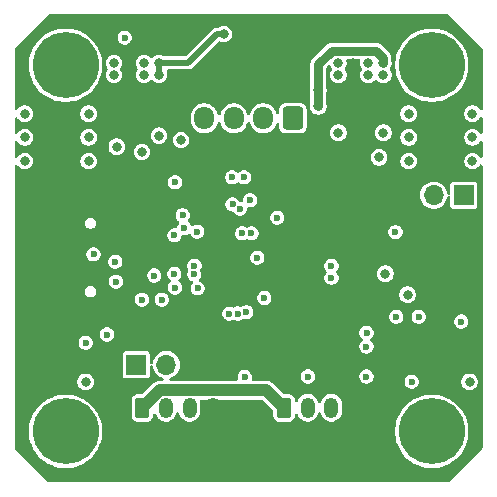
<source format=gbr>
%TF.GenerationSoftware,KiCad,Pcbnew,9.0.0*%
%TF.CreationDate,2025-02-22T01:50:20-08:00*%
%TF.ProjectId,Integrated FOC Stepper Driver,496e7465-6772-4617-9465-6420464f4320,rev?*%
%TF.SameCoordinates,Original*%
%TF.FileFunction,Copper,L2,Inr*%
%TF.FilePolarity,Positive*%
%FSLAX46Y46*%
G04 Gerber Fmt 4.6, Leading zero omitted, Abs format (unit mm)*
G04 Created by KiCad (PCBNEW 9.0.0) date 2025-02-22 01:50:20*
%MOMM*%
%LPD*%
G01*
G04 APERTURE LIST*
G04 Aperture macros list*
%AMRoundRect*
0 Rectangle with rounded corners*
0 $1 Rounding radius*
0 $2 $3 $4 $5 $6 $7 $8 $9 X,Y pos of 4 corners*
0 Add a 4 corners polygon primitive as box body*
4,1,4,$2,$3,$4,$5,$6,$7,$8,$9,$2,$3,0*
0 Add four circle primitives for the rounded corners*
1,1,$1+$1,$2,$3*
1,1,$1+$1,$4,$5*
1,1,$1+$1,$6,$7*
1,1,$1+$1,$8,$9*
0 Add four rect primitives between the rounded corners*
20,1,$1+$1,$2,$3,$4,$5,0*
20,1,$1+$1,$4,$5,$6,$7,0*
20,1,$1+$1,$6,$7,$8,$9,0*
20,1,$1+$1,$8,$9,$2,$3,0*%
G04 Aperture macros list end*
%TA.AperFunction,ComponentPad*%
%ADD10C,5.600000*%
%TD*%
%TA.AperFunction,ComponentPad*%
%ADD11R,1.700000X1.700000*%
%TD*%
%TA.AperFunction,ComponentPad*%
%ADD12O,1.700000X1.700000*%
%TD*%
%TA.AperFunction,HeatsinkPad*%
%ADD13O,2.100000X1.000000*%
%TD*%
%TA.AperFunction,HeatsinkPad*%
%ADD14O,1.800000X1.000000*%
%TD*%
%TA.AperFunction,ComponentPad*%
%ADD15C,0.600000*%
%TD*%
%TA.AperFunction,ComponentPad*%
%ADD16RoundRect,0.250000X-0.350000X-0.625000X0.350000X-0.625000X0.350000X0.625000X-0.350000X0.625000X0*%
%TD*%
%TA.AperFunction,ComponentPad*%
%ADD17O,1.200000X1.750000*%
%TD*%
%TA.AperFunction,ComponentPad*%
%ADD18RoundRect,0.250000X0.600000X0.725000X-0.600000X0.725000X-0.600000X-0.725000X0.600000X-0.725000X0*%
%TD*%
%TA.AperFunction,ComponentPad*%
%ADD19O,1.700000X1.950000*%
%TD*%
%TA.AperFunction,ViaPad*%
%ADD20C,0.600000*%
%TD*%
%TA.AperFunction,ViaPad*%
%ADD21C,0.800000*%
%TD*%
%TA.AperFunction,Conductor*%
%ADD22C,1.000000*%
%TD*%
%TA.AperFunction,Conductor*%
%ADD23C,0.750000*%
%TD*%
%TA.AperFunction,Conductor*%
%ADD24C,0.500000*%
%TD*%
G04 APERTURE END LIST*
D10*
%TO.N,N/C*%
%TO.C,H4*%
X34500000Y-65500000D03*
%TD*%
D11*
%TO.N,/CAN_H*%
%TO.C,J5*%
X40500000Y-59850000D03*
D12*
%TO.N,Net-(J5-Pin_2)*%
X43040000Y-59850000D03*
%TD*%
D11*
%TO.N,Net-(J2-Pin_1)*%
%TO.C,J2*%
X68210000Y-45500000D03*
D12*
%TO.N,Net-(J2-Pin_2)*%
X65670000Y-45500000D03*
%TO.N,GND*%
X63130000Y-45500000D03*
%TD*%
D13*
%TO.N,GND*%
%TO.C,J1*%
X37125000Y-46430000D03*
D14*
X32925000Y-46430000D03*
D13*
X37125000Y-55070000D03*
D14*
X32925000Y-55070000D03*
%TD*%
D15*
%TO.N,GND*%
%TO.C,U6*%
X57550000Y-38150000D03*
X58850000Y-38150000D03*
X60150000Y-38150000D03*
X61450000Y-38150000D03*
X57550000Y-36850000D03*
X58850000Y-36850000D03*
X60150000Y-36850000D03*
X61450000Y-36850000D03*
%TD*%
D10*
%TO.N,N/C*%
%TO.C,H2*%
X65500000Y-34500000D03*
%TD*%
D16*
%TO.N,VBUS*%
%TO.C,J4*%
X53000000Y-63500000D03*
D17*
%TO.N,/CAN_H*%
X55000000Y-63500000D03*
%TO.N,/CAN_L*%
X57000000Y-63500000D03*
%TO.N,GND*%
X59000000Y-63500000D03*
%TD*%
D15*
%TO.N,GND*%
%TO.C,U7*%
X38550000Y-38150000D03*
X39850000Y-38150000D03*
X41150000Y-38150000D03*
X42450000Y-38150000D03*
X38550000Y-36850000D03*
X39850000Y-36850000D03*
X41150000Y-36850000D03*
X42450000Y-36850000D03*
%TD*%
D16*
%TO.N,VBUS*%
%TO.C,J3*%
X41000000Y-63500000D03*
D17*
%TO.N,/CAN_H*%
X43000000Y-63500000D03*
%TO.N,/CAN_L*%
X45000000Y-63500000D03*
%TO.N,GND*%
X47000000Y-63500000D03*
%TD*%
D10*
%TO.N,N/C*%
%TO.C,H3*%
X65500000Y-65500000D03*
%TD*%
D18*
%TO.N,/A2*%
%TO.C,J6*%
X53750000Y-39000000D03*
D19*
%TO.N,/A1*%
X51250000Y-39000000D03*
%TO.N,/B2*%
X48750000Y-39000000D03*
%TO.N,/B1*%
X46250000Y-39000000D03*
%TD*%
D10*
%TO.N,N/C*%
%TO.C,H1*%
X34500000Y-34500000D03*
%TD*%
D20*
%TO.N,+3.3V*%
X45680000Y-53390000D03*
X50240000Y-48730000D03*
D21*
X61575000Y-52150000D03*
D20*
X45640000Y-48590000D03*
X40965000Y-54350000D03*
X42002500Y-52302500D03*
X62426567Y-48625219D03*
D21*
X61405000Y-40200000D03*
D20*
X43760000Y-44400000D03*
X48600000Y-43990000D03*
X49600000Y-43990000D03*
X44410000Y-47190000D03*
D21*
X42405000Y-40450000D03*
D20*
X51330000Y-54210000D03*
X52415000Y-47410000D03*
D21*
X61050000Y-42295000D03*
%TO.N,GND*%
X34550000Y-40600000D03*
D20*
X48000000Y-59350000D03*
D21*
X57360000Y-45800000D03*
X67050000Y-42600000D03*
X39865000Y-35300000D03*
D20*
X37300000Y-60350000D03*
X39681250Y-45237500D03*
X44660000Y-42700000D03*
D21*
X52800000Y-55100000D03*
X32950000Y-38600000D03*
X50050000Y-63450000D03*
D20*
X49000000Y-50800000D03*
D21*
X61575000Y-50250000D03*
X34550000Y-42600000D03*
X31650000Y-48350000D03*
X35200000Y-49600000D03*
X64900000Y-59625000D03*
X54794881Y-51375000D03*
X58865000Y-35300000D03*
X60150000Y-64850000D03*
X58865000Y-34300000D03*
D20*
X42675000Y-46425000D03*
D21*
X32950000Y-40600000D03*
X66150000Y-58400000D03*
D20*
X40995000Y-53350000D03*
D21*
X60125000Y-53030000D03*
X39865000Y-34300000D03*
D20*
X52000000Y-57650000D03*
X61410000Y-32330000D03*
D21*
X54980000Y-54025000D03*
X43300000Y-67650000D03*
D20*
X47000000Y-50800000D03*
D21*
X46300000Y-42850000D03*
X50100000Y-67450000D03*
X65450000Y-42600000D03*
X34550000Y-38600000D03*
D20*
X47000000Y-44020000D03*
D21*
X54600000Y-68350000D03*
X68000000Y-52000000D03*
D20*
X37725000Y-53950000D03*
D21*
X61161372Y-60134644D03*
X55575000Y-49065000D03*
D20*
X48000000Y-52000000D03*
X46480000Y-57460000D03*
D21*
X47300000Y-40750000D03*
X31300000Y-58000000D03*
X67050000Y-40600000D03*
D20*
X37725000Y-47550000D03*
X44443750Y-46031250D03*
D21*
X59100000Y-54900000D03*
X53180000Y-46570000D03*
X67050000Y-38600000D03*
X63800000Y-58000000D03*
X32950000Y-42600000D03*
D20*
X42260000Y-43260000D03*
D21*
X51937500Y-59950000D03*
D20*
X50000000Y-57675000D03*
D21*
X50150000Y-34150000D03*
D20*
X39775000Y-43250000D03*
X47000000Y-52000000D03*
D21*
X31750000Y-53500000D03*
X65450000Y-40600000D03*
D20*
X46490000Y-60390000D03*
X68325000Y-62925000D03*
X48000000Y-50800000D03*
X40741268Y-48858732D03*
D21*
X53050000Y-31450000D03*
X40850000Y-57050000D03*
X65450000Y-38600000D03*
X58450000Y-58000000D03*
X37900000Y-63950000D03*
D20*
X38550000Y-32160000D03*
D21*
X57700000Y-67000000D03*
D20*
X50600000Y-44020000D03*
D21*
X33750000Y-58050000D03*
D20*
%TO.N,+1V1*%
X50727492Y-50799999D03*
X45411254Y-51461254D03*
D21*
%TO.N,VBUS*%
X31050000Y-40600000D03*
X55900000Y-36575000D03*
X68950000Y-42600000D03*
X42405000Y-35300000D03*
X31050000Y-38600000D03*
X36450000Y-38600000D03*
D20*
X39510000Y-32160000D03*
D21*
X55900000Y-37975000D03*
X36450000Y-40600000D03*
X42405000Y-34300000D03*
X63550000Y-38600000D03*
X61405000Y-35300000D03*
X68950000Y-40600000D03*
X44275000Y-40825000D03*
X31050000Y-42600000D03*
X68950000Y-38600000D03*
X61405000Y-34300000D03*
X47900000Y-31860000D03*
X63550000Y-40600000D03*
X63550000Y-42600000D03*
X36450000Y-42600000D03*
D20*
%TO.N,/USB_D+*%
X57010000Y-51500000D03*
X36863907Y-50499999D03*
%TO.N,/USB_D-*%
X57010000Y-52500000D03*
X38713632Y-51138490D03*
D21*
%TO.N,/B2*%
X38595000Y-34300000D03*
X38595000Y-35300000D03*
%TO.N,/B1*%
X41135000Y-34300000D03*
X41135000Y-35300000D03*
%TO.N,/A2*%
X57595000Y-34300000D03*
X57595000Y-35300000D03*
%TO.N,/A1*%
X60135000Y-34300000D03*
X60135000Y-35300000D03*
D20*
%TO.N,/NEOPIXEL*%
X38000000Y-57300000D03*
X43702569Y-48901594D03*
%TO.N,/A_CURRENT*%
X48359527Y-55525811D03*
D21*
X40965748Y-41834252D03*
X57595000Y-40200000D03*
D20*
%TO.N,/B_CURRENT*%
X49084474Y-55516833D03*
D21*
X38835000Y-41390000D03*
D20*
%TO.N,+5V*%
X59975000Y-58315000D03*
D21*
X63450000Y-53925000D03*
X68700000Y-61300000D03*
X36200000Y-61300000D03*
D20*
%TO.N,/SCL*%
X48636962Y-46275513D03*
%TO.N,/MT6701_PUSH*%
X44562500Y-48275000D03*
%TO.N,/SDA*%
X49257757Y-46650001D03*
%TO.N,/CAN_TX*%
X49446758Y-48724999D03*
X59975000Y-60855000D03*
%TO.N,/CAN_S*%
X43755882Y-53325000D03*
X55025000Y-60855000D03*
%TO.N,/CAN_RX*%
X50125000Y-45919492D03*
X59980000Y-57150000D03*
%TO.N,/MT6701_ANALOG*%
X49800000Y-55400000D03*
%TO.N,/VUSB*%
X38771232Y-52828768D03*
X62500000Y-55800000D03*
%TO.N,Net-(D1-DOUT)*%
X63800000Y-61300000D03*
X36200000Y-58000000D03*
%TO.N,Net-(U3-VOUT)*%
X49662500Y-60900000D03*
X64400000Y-55800000D03*
%TO.N,Net-(J2-Pin_2)*%
X43713536Y-52163993D03*
%TO.N,Net-(J2-Pin_1)*%
X45401422Y-52199539D03*
%TO.N,Net-(U1-RUN)*%
X68000000Y-56200000D03*
X42650000Y-54350000D03*
%TD*%
D22*
%TO.N,VBUS*%
X41000000Y-63500000D02*
X41000000Y-63492588D01*
D23*
X57030000Y-33260000D02*
X55900000Y-34390000D01*
X55900000Y-34390000D02*
X55900000Y-37975000D01*
D22*
X42492588Y-62000000D02*
X51500000Y-62000000D01*
D24*
X47900000Y-31860000D02*
X47290000Y-31860000D01*
X44850000Y-34300000D02*
X42405000Y-34300000D01*
D22*
X41000000Y-63492588D02*
X42492588Y-62000000D01*
X51500000Y-62000000D02*
X53000000Y-63500000D01*
D24*
X42405000Y-34300000D02*
X42405000Y-35300000D01*
D23*
X60800000Y-33260000D02*
X57030000Y-33260000D01*
X61405000Y-34300000D02*
X61405000Y-33865000D01*
X61405000Y-33865000D02*
X60800000Y-33260000D01*
D24*
X47290000Y-31860000D02*
X44850000Y-34300000D01*
%TD*%
%TA.AperFunction,Conductor*%
%TO.N,GND*%
G36*
X66932627Y-30220185D02*
G01*
X66953269Y-30236819D01*
X69763181Y-33046731D01*
X69796666Y-33108054D01*
X69799500Y-33134412D01*
X69799500Y-38201725D01*
X69779815Y-38268764D01*
X69727011Y-38314519D01*
X69657853Y-38324463D01*
X69594297Y-38295438D01*
X69572398Y-38270616D01*
X69494114Y-38153458D01*
X69494111Y-38153454D01*
X69396545Y-38055888D01*
X69396541Y-38055885D01*
X69281817Y-37979228D01*
X69281804Y-37979221D01*
X69154332Y-37926421D01*
X69154322Y-37926418D01*
X69018995Y-37899500D01*
X69018993Y-37899500D01*
X68881007Y-37899500D01*
X68881005Y-37899500D01*
X68745677Y-37926418D01*
X68745667Y-37926421D01*
X68618195Y-37979221D01*
X68618182Y-37979228D01*
X68503458Y-38055885D01*
X68503454Y-38055888D01*
X68405888Y-38153454D01*
X68405885Y-38153458D01*
X68329228Y-38268182D01*
X68329221Y-38268195D01*
X68276421Y-38395667D01*
X68276418Y-38395677D01*
X68249500Y-38531004D01*
X68249500Y-38531007D01*
X68249500Y-38668993D01*
X68249500Y-38668995D01*
X68249499Y-38668995D01*
X68276418Y-38804322D01*
X68276421Y-38804332D01*
X68329221Y-38931804D01*
X68329228Y-38931817D01*
X68405885Y-39046541D01*
X68405888Y-39046545D01*
X68503454Y-39144111D01*
X68503458Y-39144114D01*
X68618182Y-39220771D01*
X68618195Y-39220778D01*
X68716571Y-39261526D01*
X68745672Y-39273580D01*
X68745676Y-39273580D01*
X68745677Y-39273581D01*
X68881004Y-39300500D01*
X68881007Y-39300500D01*
X69018995Y-39300500D01*
X69110041Y-39282389D01*
X69154328Y-39273580D01*
X69281811Y-39220775D01*
X69396542Y-39144114D01*
X69494114Y-39046542D01*
X69533553Y-38987516D01*
X69572398Y-38929383D01*
X69626010Y-38884578D01*
X69695335Y-38875871D01*
X69758363Y-38906026D01*
X69795082Y-38965469D01*
X69799500Y-38998274D01*
X69799500Y-40201725D01*
X69779815Y-40268764D01*
X69727011Y-40314519D01*
X69657853Y-40324463D01*
X69594297Y-40295438D01*
X69572398Y-40270616D01*
X69494114Y-40153458D01*
X69494111Y-40153454D01*
X69396545Y-40055888D01*
X69396541Y-40055885D01*
X69281817Y-39979228D01*
X69281804Y-39979221D01*
X69154332Y-39926421D01*
X69154322Y-39926418D01*
X69018995Y-39899500D01*
X69018993Y-39899500D01*
X68881007Y-39899500D01*
X68881005Y-39899500D01*
X68745677Y-39926418D01*
X68745667Y-39926421D01*
X68618195Y-39979221D01*
X68618182Y-39979228D01*
X68503458Y-40055885D01*
X68503454Y-40055888D01*
X68405888Y-40153454D01*
X68405885Y-40153458D01*
X68329228Y-40268182D01*
X68329221Y-40268195D01*
X68276421Y-40395667D01*
X68276418Y-40395677D01*
X68249500Y-40531004D01*
X68249500Y-40531007D01*
X68249500Y-40668993D01*
X68249500Y-40668995D01*
X68249499Y-40668995D01*
X68276418Y-40804322D01*
X68276421Y-40804332D01*
X68329221Y-40931804D01*
X68329228Y-40931817D01*
X68405885Y-41046541D01*
X68405888Y-41046545D01*
X68503454Y-41144111D01*
X68503458Y-41144114D01*
X68618182Y-41220771D01*
X68618195Y-41220778D01*
X68740749Y-41271541D01*
X68745672Y-41273580D01*
X68745676Y-41273580D01*
X68745677Y-41273581D01*
X68881004Y-41300500D01*
X68881007Y-41300500D01*
X69018995Y-41300500D01*
X69110041Y-41282389D01*
X69154328Y-41273580D01*
X69281811Y-41220775D01*
X69396542Y-41144114D01*
X69494114Y-41046542D01*
X69533553Y-40987516D01*
X69572398Y-40929383D01*
X69626010Y-40884578D01*
X69695335Y-40875871D01*
X69758363Y-40906026D01*
X69795082Y-40965469D01*
X69799500Y-40998274D01*
X69799500Y-42201725D01*
X69779815Y-42268764D01*
X69727011Y-42314519D01*
X69657853Y-42324463D01*
X69594297Y-42295438D01*
X69572398Y-42270616D01*
X69494114Y-42153458D01*
X69494111Y-42153454D01*
X69396545Y-42055888D01*
X69396541Y-42055885D01*
X69281817Y-41979228D01*
X69281804Y-41979221D01*
X69154332Y-41926421D01*
X69154322Y-41926418D01*
X69018995Y-41899500D01*
X69018993Y-41899500D01*
X68881007Y-41899500D01*
X68881005Y-41899500D01*
X68745677Y-41926418D01*
X68745667Y-41926421D01*
X68618195Y-41979221D01*
X68618182Y-41979228D01*
X68503458Y-42055885D01*
X68503454Y-42055888D01*
X68405888Y-42153454D01*
X68405885Y-42153458D01*
X68329228Y-42268182D01*
X68329221Y-42268195D01*
X68276421Y-42395667D01*
X68276418Y-42395677D01*
X68249500Y-42531004D01*
X68249500Y-42531007D01*
X68249500Y-42668993D01*
X68249500Y-42668995D01*
X68249499Y-42668995D01*
X68276418Y-42804322D01*
X68276421Y-42804332D01*
X68329221Y-42931804D01*
X68329228Y-42931817D01*
X68405885Y-43046541D01*
X68405888Y-43046545D01*
X68503454Y-43144111D01*
X68503458Y-43144114D01*
X68618182Y-43220771D01*
X68618195Y-43220778D01*
X68745667Y-43273578D01*
X68745672Y-43273580D01*
X68745676Y-43273580D01*
X68745677Y-43273581D01*
X68881004Y-43300500D01*
X68881007Y-43300500D01*
X69018995Y-43300500D01*
X69110041Y-43282389D01*
X69154328Y-43273580D01*
X69281811Y-43220775D01*
X69396542Y-43144114D01*
X69494114Y-43046542D01*
X69546208Y-42968578D01*
X69572398Y-42929383D01*
X69626010Y-42884578D01*
X69695335Y-42875871D01*
X69758363Y-42906026D01*
X69795082Y-42965469D01*
X69799500Y-42998274D01*
X69799500Y-66865588D01*
X69779815Y-66932627D01*
X69763181Y-66953269D01*
X66953269Y-69763181D01*
X66891946Y-69796666D01*
X66865588Y-69799500D01*
X33134412Y-69799500D01*
X33067373Y-69779815D01*
X33046731Y-69763181D01*
X30236819Y-66953269D01*
X30203334Y-66891946D01*
X30200500Y-66865588D01*
X30200500Y-65325875D01*
X31399500Y-65325875D01*
X31399500Y-65674124D01*
X31438489Y-66020158D01*
X31438491Y-66020170D01*
X31515982Y-66359684D01*
X31515985Y-66359692D01*
X31630999Y-66688382D01*
X31782092Y-67002130D01*
X31967371Y-67296999D01*
X31967372Y-67297001D01*
X32184487Y-67569256D01*
X32430743Y-67815512D01*
X32702998Y-68032627D01*
X32703001Y-68032628D01*
X32703003Y-68032630D01*
X32997867Y-68217906D01*
X33311621Y-68369002D01*
X33558488Y-68455384D01*
X33640307Y-68484014D01*
X33640315Y-68484017D01*
X33640318Y-68484017D01*
X33640319Y-68484018D01*
X33979829Y-68561509D01*
X34325876Y-68600499D01*
X34325877Y-68600500D01*
X34325880Y-68600500D01*
X34674123Y-68600500D01*
X34674123Y-68600499D01*
X35020171Y-68561509D01*
X35359681Y-68484018D01*
X35688379Y-68369002D01*
X36002133Y-68217906D01*
X36296997Y-68032630D01*
X36297001Y-68032627D01*
X36569256Y-67815512D01*
X36569258Y-67815509D01*
X36569263Y-67815506D01*
X36815506Y-67569263D01*
X37032630Y-67296997D01*
X37217906Y-67002133D01*
X37369002Y-66688379D01*
X37484018Y-66359681D01*
X37561509Y-66020171D01*
X37600500Y-65674120D01*
X37600500Y-65325880D01*
X37600499Y-65325875D01*
X62399500Y-65325875D01*
X62399500Y-65674124D01*
X62438489Y-66020158D01*
X62438491Y-66020170D01*
X62515982Y-66359684D01*
X62515985Y-66359692D01*
X62630999Y-66688382D01*
X62782092Y-67002130D01*
X62967371Y-67296999D01*
X62967372Y-67297001D01*
X63184487Y-67569256D01*
X63430743Y-67815512D01*
X63702998Y-68032627D01*
X63703001Y-68032628D01*
X63703003Y-68032630D01*
X63997867Y-68217906D01*
X64311621Y-68369002D01*
X64558488Y-68455384D01*
X64640307Y-68484014D01*
X64640315Y-68484017D01*
X64640318Y-68484017D01*
X64640319Y-68484018D01*
X64979829Y-68561509D01*
X65325876Y-68600499D01*
X65325877Y-68600500D01*
X65325880Y-68600500D01*
X65674123Y-68600500D01*
X65674123Y-68600499D01*
X66020171Y-68561509D01*
X66359681Y-68484018D01*
X66688379Y-68369002D01*
X67002133Y-68217906D01*
X67296997Y-68032630D01*
X67297001Y-68032627D01*
X67569256Y-67815512D01*
X67569258Y-67815509D01*
X67569263Y-67815506D01*
X67815506Y-67569263D01*
X68032630Y-67296997D01*
X68217906Y-67002133D01*
X68369002Y-66688379D01*
X68484018Y-66359681D01*
X68561509Y-66020171D01*
X68600500Y-65674120D01*
X68600500Y-65325880D01*
X68561509Y-64979829D01*
X68484018Y-64640319D01*
X68369002Y-64311621D01*
X68217906Y-63997867D01*
X68032630Y-63703003D01*
X68032628Y-63703000D01*
X68032627Y-63702998D01*
X67815512Y-63430743D01*
X67569256Y-63184487D01*
X67297001Y-62967372D01*
X67296999Y-62967371D01*
X67002130Y-62782092D01*
X66688382Y-62630999D01*
X66359692Y-62515985D01*
X66359684Y-62515982D01*
X66105048Y-62457863D01*
X66020171Y-62438491D01*
X66020167Y-62438490D01*
X66020158Y-62438489D01*
X65674124Y-62399500D01*
X65674120Y-62399500D01*
X65325880Y-62399500D01*
X65325875Y-62399500D01*
X64979841Y-62438489D01*
X64979829Y-62438491D01*
X64640315Y-62515982D01*
X64640307Y-62515985D01*
X64311617Y-62630999D01*
X63997869Y-62782092D01*
X63703000Y-62967371D01*
X63702998Y-62967372D01*
X63430743Y-63184487D01*
X63184487Y-63430743D01*
X62967372Y-63702998D01*
X62967371Y-63703000D01*
X62782092Y-63997869D01*
X62630999Y-64311617D01*
X62515985Y-64640307D01*
X62515982Y-64640315D01*
X62438491Y-64979829D01*
X62438489Y-64979841D01*
X62399500Y-65325875D01*
X37600499Y-65325875D01*
X37561509Y-64979829D01*
X37484018Y-64640319D01*
X37369002Y-64311621D01*
X37217906Y-63997867D01*
X37032630Y-63703003D01*
X37032628Y-63703000D01*
X37032627Y-63702998D01*
X36815512Y-63430743D01*
X36569256Y-63184487D01*
X36297001Y-62967372D01*
X36296999Y-62967371D01*
X36002130Y-62782092D01*
X35688382Y-62630999D01*
X35359692Y-62515985D01*
X35359684Y-62515982D01*
X35105048Y-62457863D01*
X35020171Y-62438491D01*
X35020167Y-62438490D01*
X35020158Y-62438489D01*
X34674124Y-62399500D01*
X34674120Y-62399500D01*
X34325880Y-62399500D01*
X34325875Y-62399500D01*
X33979841Y-62438489D01*
X33979829Y-62438491D01*
X33640315Y-62515982D01*
X33640307Y-62515985D01*
X33311617Y-62630999D01*
X32997869Y-62782092D01*
X32703000Y-62967371D01*
X32702998Y-62967372D01*
X32430743Y-63184487D01*
X32184487Y-63430743D01*
X31967372Y-63702998D01*
X31967371Y-63703000D01*
X31782092Y-63997869D01*
X31630999Y-64311617D01*
X31515985Y-64640307D01*
X31515982Y-64640315D01*
X31438491Y-64979829D01*
X31438489Y-64979841D01*
X31399500Y-65325875D01*
X30200500Y-65325875D01*
X30200500Y-61368995D01*
X35499499Y-61368995D01*
X35526418Y-61504322D01*
X35526421Y-61504332D01*
X35579221Y-61631804D01*
X35579228Y-61631817D01*
X35655885Y-61746541D01*
X35655888Y-61746545D01*
X35753454Y-61844111D01*
X35753458Y-61844114D01*
X35868182Y-61920771D01*
X35868195Y-61920778D01*
X35995667Y-61973578D01*
X35995672Y-61973580D01*
X35995676Y-61973580D01*
X35995677Y-61973581D01*
X36131004Y-62000500D01*
X36131007Y-62000500D01*
X36268995Y-62000500D01*
X36360041Y-61982389D01*
X36404328Y-61973580D01*
X36531811Y-61920775D01*
X36646542Y-61844114D01*
X36744114Y-61746542D01*
X36820775Y-61631811D01*
X36873580Y-61504328D01*
X36898498Y-61379057D01*
X36900500Y-61368995D01*
X36900500Y-61231004D01*
X36873581Y-61095677D01*
X36873580Y-61095676D01*
X36873580Y-61095672D01*
X36869901Y-61086790D01*
X36820778Y-60968195D01*
X36820771Y-60968182D01*
X36744114Y-60853458D01*
X36744111Y-60853454D01*
X36646545Y-60755888D01*
X36646541Y-60755885D01*
X36531817Y-60679228D01*
X36531804Y-60679221D01*
X36404332Y-60626421D01*
X36404322Y-60626418D01*
X36268995Y-60599500D01*
X36268993Y-60599500D01*
X36131007Y-60599500D01*
X36131005Y-60599500D01*
X35995677Y-60626418D01*
X35995667Y-60626421D01*
X35868195Y-60679221D01*
X35868182Y-60679228D01*
X35753458Y-60755885D01*
X35753454Y-60755888D01*
X35655888Y-60853454D01*
X35655885Y-60853458D01*
X35579228Y-60968182D01*
X35579221Y-60968195D01*
X35526421Y-61095667D01*
X35526418Y-61095677D01*
X35499500Y-61231004D01*
X35499500Y-61231007D01*
X35499500Y-61368993D01*
X35499500Y-61368995D01*
X35499499Y-61368995D01*
X30200500Y-61368995D01*
X30200500Y-58955131D01*
X39349500Y-58955131D01*
X39349500Y-60744856D01*
X39349502Y-60744882D01*
X39352413Y-60769987D01*
X39352415Y-60769991D01*
X39397793Y-60872764D01*
X39397794Y-60872765D01*
X39477235Y-60952206D01*
X39580009Y-60997585D01*
X39605135Y-61000500D01*
X41394864Y-61000499D01*
X41394879Y-61000497D01*
X41394882Y-61000497D01*
X41419987Y-60997586D01*
X41419988Y-60997585D01*
X41419991Y-60997585D01*
X41522765Y-60952206D01*
X41602206Y-60872765D01*
X41647585Y-60769991D01*
X41650500Y-60744865D01*
X41650499Y-60007125D01*
X41670183Y-59940089D01*
X41722987Y-59894334D01*
X41792146Y-59884390D01*
X41855702Y-59913415D01*
X41893476Y-59972193D01*
X41896972Y-59987729D01*
X41917829Y-60119410D01*
X41973787Y-60291636D01*
X41973788Y-60291639D01*
X42056006Y-60452997D01*
X42162441Y-60599494D01*
X42162445Y-60599499D01*
X42290500Y-60727554D01*
X42290505Y-60727558D01*
X42357102Y-60775943D01*
X42437006Y-60833996D01*
X42513094Y-60872765D01*
X42598360Y-60916211D01*
X42598363Y-60916212D01*
X42725649Y-60957569D01*
X42783324Y-60997006D01*
X42810523Y-61061364D01*
X42798609Y-61130211D01*
X42751365Y-61181687D01*
X42687331Y-61199500D01*
X42413743Y-61199500D01*
X42333364Y-61215489D01*
X42333363Y-61215489D01*
X42259098Y-61230261D01*
X42259086Y-61230264D01*
X42113415Y-61290602D01*
X42113403Y-61290609D01*
X42010588Y-61359309D01*
X42010587Y-61359310D01*
X41982296Y-61378212D01*
X41982295Y-61378213D01*
X41072329Y-62288181D01*
X41011006Y-62321666D01*
X40984648Y-62324500D01*
X40606898Y-62324500D01*
X40567853Y-62329188D01*
X40518438Y-62335122D01*
X40377656Y-62390639D01*
X40257077Y-62482077D01*
X40165639Y-62602656D01*
X40110122Y-62743438D01*
X40105481Y-62782092D01*
X40099500Y-62831898D01*
X40099500Y-64168102D01*
X40103516Y-64201541D01*
X40110122Y-64256561D01*
X40165639Y-64397343D01*
X40257077Y-64517922D01*
X40377656Y-64609360D01*
X40377657Y-64609360D01*
X40377658Y-64609361D01*
X40518436Y-64664877D01*
X40606898Y-64675500D01*
X40606903Y-64675500D01*
X41393097Y-64675500D01*
X41393102Y-64675500D01*
X41481564Y-64664877D01*
X41622342Y-64609361D01*
X41742922Y-64517922D01*
X41834361Y-64397342D01*
X41889877Y-64256564D01*
X41900500Y-64168102D01*
X41900500Y-64097080D01*
X41920185Y-64030041D01*
X41972989Y-63984286D01*
X42042147Y-63974342D01*
X42105703Y-64003367D01*
X42139061Y-64049628D01*
X42201983Y-64201541D01*
X42201990Y-64201553D01*
X42300535Y-64349034D01*
X42300538Y-64349038D01*
X42425961Y-64474461D01*
X42425965Y-64474464D01*
X42573446Y-64573009D01*
X42573459Y-64573016D01*
X42696363Y-64623923D01*
X42737334Y-64640894D01*
X42737336Y-64640894D01*
X42737341Y-64640896D01*
X42911304Y-64675499D01*
X42911307Y-64675500D01*
X42911309Y-64675500D01*
X43088693Y-64675500D01*
X43088694Y-64675499D01*
X43146682Y-64663964D01*
X43262658Y-64640896D01*
X43262661Y-64640894D01*
X43262666Y-64640894D01*
X43426547Y-64573013D01*
X43574035Y-64474464D01*
X43699464Y-64349035D01*
X43798013Y-64201547D01*
X43865894Y-64037666D01*
X43873811Y-63997869D01*
X43878383Y-63974882D01*
X43910768Y-63912971D01*
X43971483Y-63878397D01*
X44041253Y-63882136D01*
X44097925Y-63923003D01*
X44121617Y-63974882D01*
X44134103Y-64037658D01*
X44134106Y-64037667D01*
X44201983Y-64201540D01*
X44201990Y-64201553D01*
X44300535Y-64349034D01*
X44300538Y-64349038D01*
X44425961Y-64474461D01*
X44425965Y-64474464D01*
X44573446Y-64573009D01*
X44573459Y-64573016D01*
X44696363Y-64623923D01*
X44737334Y-64640894D01*
X44737336Y-64640894D01*
X44737341Y-64640896D01*
X44911304Y-64675499D01*
X44911307Y-64675500D01*
X44911309Y-64675500D01*
X45088693Y-64675500D01*
X45088694Y-64675499D01*
X45146682Y-64663964D01*
X45262658Y-64640896D01*
X45262661Y-64640894D01*
X45262666Y-64640894D01*
X45426547Y-64573013D01*
X45574035Y-64474464D01*
X45699464Y-64349035D01*
X45798013Y-64201547D01*
X45865894Y-64037666D01*
X45900500Y-63863691D01*
X45900500Y-63136309D01*
X45900500Y-63136306D01*
X45900499Y-63136304D01*
X45865895Y-62962337D01*
X45865336Y-62960494D01*
X45865326Y-62959480D01*
X45864706Y-62956359D01*
X45865298Y-62956241D01*
X45864713Y-62890628D01*
X45901962Y-62831515D01*
X45965256Y-62801924D01*
X45983997Y-62800500D01*
X51117060Y-62800500D01*
X51184099Y-62820185D01*
X51204741Y-62836819D01*
X52063181Y-63695259D01*
X52096666Y-63756582D01*
X52099500Y-63782940D01*
X52099500Y-64168102D01*
X52103516Y-64201541D01*
X52110122Y-64256561D01*
X52165639Y-64397343D01*
X52257077Y-64517922D01*
X52377656Y-64609360D01*
X52377657Y-64609360D01*
X52377658Y-64609361D01*
X52518436Y-64664877D01*
X52606898Y-64675500D01*
X52606903Y-64675500D01*
X53393097Y-64675500D01*
X53393102Y-64675500D01*
X53481564Y-64664877D01*
X53622342Y-64609361D01*
X53742922Y-64517922D01*
X53834361Y-64397342D01*
X53889877Y-64256564D01*
X53900500Y-64168102D01*
X53900500Y-64097080D01*
X53920185Y-64030041D01*
X53972989Y-63984286D01*
X54042147Y-63974342D01*
X54105703Y-64003367D01*
X54139061Y-64049628D01*
X54201983Y-64201541D01*
X54201990Y-64201553D01*
X54300535Y-64349034D01*
X54300538Y-64349038D01*
X54425961Y-64474461D01*
X54425965Y-64474464D01*
X54573446Y-64573009D01*
X54573459Y-64573016D01*
X54696363Y-64623923D01*
X54737334Y-64640894D01*
X54737336Y-64640894D01*
X54737341Y-64640896D01*
X54911304Y-64675499D01*
X54911307Y-64675500D01*
X54911309Y-64675500D01*
X55088693Y-64675500D01*
X55088694Y-64675499D01*
X55146682Y-64663964D01*
X55262658Y-64640896D01*
X55262661Y-64640894D01*
X55262666Y-64640894D01*
X55426547Y-64573013D01*
X55574035Y-64474464D01*
X55699464Y-64349035D01*
X55798013Y-64201547D01*
X55865894Y-64037666D01*
X55873811Y-63997869D01*
X55878383Y-63974882D01*
X55910768Y-63912971D01*
X55971483Y-63878397D01*
X56041253Y-63882136D01*
X56097925Y-63923003D01*
X56121617Y-63974882D01*
X56134103Y-64037658D01*
X56134106Y-64037667D01*
X56201983Y-64201540D01*
X56201990Y-64201553D01*
X56300535Y-64349034D01*
X56300538Y-64349038D01*
X56425961Y-64474461D01*
X56425965Y-64474464D01*
X56573446Y-64573009D01*
X56573459Y-64573016D01*
X56696363Y-64623923D01*
X56737334Y-64640894D01*
X56737336Y-64640894D01*
X56737341Y-64640896D01*
X56911304Y-64675499D01*
X56911307Y-64675500D01*
X56911309Y-64675500D01*
X57088693Y-64675500D01*
X57088694Y-64675499D01*
X57146682Y-64663964D01*
X57262658Y-64640896D01*
X57262661Y-64640894D01*
X57262666Y-64640894D01*
X57426547Y-64573013D01*
X57574035Y-64474464D01*
X57699464Y-64349035D01*
X57798013Y-64201547D01*
X57865894Y-64037666D01*
X57900500Y-63863691D01*
X57900500Y-63136309D01*
X57900500Y-63136306D01*
X57900499Y-63136304D01*
X57865896Y-62962341D01*
X57865893Y-62962332D01*
X57798016Y-62798459D01*
X57798009Y-62798446D01*
X57699464Y-62650965D01*
X57699461Y-62650961D01*
X57574038Y-62525538D01*
X57574034Y-62525535D01*
X57426553Y-62426990D01*
X57426540Y-62426983D01*
X57262667Y-62359106D01*
X57262658Y-62359103D01*
X57088694Y-62324500D01*
X57088691Y-62324500D01*
X56911309Y-62324500D01*
X56911306Y-62324500D01*
X56737341Y-62359103D01*
X56737332Y-62359106D01*
X56573459Y-62426983D01*
X56573446Y-62426990D01*
X56425965Y-62525535D01*
X56425961Y-62525538D01*
X56300538Y-62650961D01*
X56300535Y-62650965D01*
X56201990Y-62798446D01*
X56201983Y-62798459D01*
X56134106Y-62962332D01*
X56134104Y-62962340D01*
X56121617Y-63025118D01*
X56089232Y-63087028D01*
X56028516Y-63121603D01*
X55958747Y-63117863D01*
X55902075Y-63076996D01*
X55878383Y-63025118D01*
X55865895Y-62962340D01*
X55865894Y-62962334D01*
X55813905Y-62836819D01*
X55798016Y-62798459D01*
X55798009Y-62798446D01*
X55699464Y-62650965D01*
X55699461Y-62650961D01*
X55574038Y-62525538D01*
X55574034Y-62525535D01*
X55426553Y-62426990D01*
X55426540Y-62426983D01*
X55262667Y-62359106D01*
X55262658Y-62359103D01*
X55088694Y-62324500D01*
X55088691Y-62324500D01*
X54911309Y-62324500D01*
X54911306Y-62324500D01*
X54737341Y-62359103D01*
X54737332Y-62359106D01*
X54573459Y-62426983D01*
X54573446Y-62426990D01*
X54425965Y-62525535D01*
X54425961Y-62525538D01*
X54300538Y-62650961D01*
X54300535Y-62650965D01*
X54201990Y-62798446D01*
X54201983Y-62798459D01*
X54139061Y-62950371D01*
X54095221Y-63004775D01*
X54028927Y-63026840D01*
X53961227Y-63009561D01*
X53913616Y-62958424D01*
X53900500Y-62902919D01*
X53900500Y-62831903D01*
X53900500Y-62831898D01*
X53889877Y-62743436D01*
X53834361Y-62602658D01*
X53834360Y-62602657D01*
X53834360Y-62602656D01*
X53742922Y-62482077D01*
X53622343Y-62390639D01*
X53481561Y-62335122D01*
X53435926Y-62329642D01*
X53393102Y-62324500D01*
X53393097Y-62324500D01*
X53007940Y-62324500D01*
X52940901Y-62304815D01*
X52920259Y-62288181D01*
X52010292Y-61378213D01*
X52010288Y-61378210D01*
X51879185Y-61290609D01*
X51879172Y-61290602D01*
X51733501Y-61230264D01*
X51733489Y-61230261D01*
X51578845Y-61199500D01*
X51578842Y-61199500D01*
X50365532Y-61199500D01*
X50298493Y-61179815D01*
X50252738Y-61127011D01*
X50242794Y-61057853D01*
X50245754Y-61043418D01*
X50263000Y-60979057D01*
X50263000Y-60820943D01*
X50250942Y-60775943D01*
X54424500Y-60775943D01*
X54424500Y-60934057D01*
X54442304Y-61000500D01*
X54465423Y-61086783D01*
X54465426Y-61086790D01*
X54544475Y-61223709D01*
X54544479Y-61223714D01*
X54544480Y-61223716D01*
X54656284Y-61335520D01*
X54656286Y-61335521D01*
X54656290Y-61335524D01*
X54731691Y-61379056D01*
X54793216Y-61414577D01*
X54945943Y-61455500D01*
X54945945Y-61455500D01*
X55104055Y-61455500D01*
X55104057Y-61455500D01*
X55256784Y-61414577D01*
X55393716Y-61335520D01*
X55505520Y-61223716D01*
X55584577Y-61086784D01*
X55625500Y-60934057D01*
X55625500Y-60775943D01*
X59374500Y-60775943D01*
X59374500Y-60934057D01*
X59392304Y-61000500D01*
X59415423Y-61086783D01*
X59415426Y-61086790D01*
X59494475Y-61223709D01*
X59494479Y-61223714D01*
X59494480Y-61223716D01*
X59606284Y-61335520D01*
X59606286Y-61335521D01*
X59606290Y-61335524D01*
X59681691Y-61379056D01*
X59743216Y-61414577D01*
X59895943Y-61455500D01*
X59895945Y-61455500D01*
X60054055Y-61455500D01*
X60054057Y-61455500D01*
X60206784Y-61414577D01*
X60343716Y-61335520D01*
X60455520Y-61223716D01*
X60457121Y-61220943D01*
X63199500Y-61220943D01*
X63199500Y-61379057D01*
X63233068Y-61504332D01*
X63240423Y-61531783D01*
X63240426Y-61531790D01*
X63319475Y-61668709D01*
X63319479Y-61668714D01*
X63319480Y-61668716D01*
X63431284Y-61780520D01*
X63431286Y-61780521D01*
X63431290Y-61780524D01*
X63541428Y-61844111D01*
X63568216Y-61859577D01*
X63720943Y-61900500D01*
X63720945Y-61900500D01*
X63879055Y-61900500D01*
X63879057Y-61900500D01*
X64031784Y-61859577D01*
X64168716Y-61780520D01*
X64280520Y-61668716D01*
X64359577Y-61531784D01*
X64400500Y-61379057D01*
X64400500Y-61368995D01*
X67999499Y-61368995D01*
X68026418Y-61504322D01*
X68026421Y-61504332D01*
X68079221Y-61631804D01*
X68079228Y-61631817D01*
X68155885Y-61746541D01*
X68155888Y-61746545D01*
X68253454Y-61844111D01*
X68253458Y-61844114D01*
X68368182Y-61920771D01*
X68368195Y-61920778D01*
X68495667Y-61973578D01*
X68495672Y-61973580D01*
X68495676Y-61973580D01*
X68495677Y-61973581D01*
X68631004Y-62000500D01*
X68631007Y-62000500D01*
X68768995Y-62000500D01*
X68860041Y-61982389D01*
X68904328Y-61973580D01*
X69031811Y-61920775D01*
X69146542Y-61844114D01*
X69244114Y-61746542D01*
X69320775Y-61631811D01*
X69373580Y-61504328D01*
X69398498Y-61379057D01*
X69400500Y-61368995D01*
X69400500Y-61231004D01*
X69373581Y-61095677D01*
X69373580Y-61095676D01*
X69373580Y-61095672D01*
X69369901Y-61086790D01*
X69320778Y-60968195D01*
X69320771Y-60968182D01*
X69244114Y-60853458D01*
X69244111Y-60853454D01*
X69146545Y-60755888D01*
X69146541Y-60755885D01*
X69031817Y-60679228D01*
X69031804Y-60679221D01*
X68904332Y-60626421D01*
X68904322Y-60626418D01*
X68768995Y-60599500D01*
X68768993Y-60599500D01*
X68631007Y-60599500D01*
X68631005Y-60599500D01*
X68495677Y-60626418D01*
X68495667Y-60626421D01*
X68368195Y-60679221D01*
X68368182Y-60679228D01*
X68253458Y-60755885D01*
X68253454Y-60755888D01*
X68155888Y-60853454D01*
X68155885Y-60853458D01*
X68079228Y-60968182D01*
X68079221Y-60968195D01*
X68026421Y-61095667D01*
X68026418Y-61095677D01*
X67999500Y-61231004D01*
X67999500Y-61231007D01*
X67999500Y-61368993D01*
X67999500Y-61368995D01*
X67999499Y-61368995D01*
X64400500Y-61368995D01*
X64400500Y-61220943D01*
X64359577Y-61068216D01*
X64318798Y-60997584D01*
X64280524Y-60931290D01*
X64280518Y-60931282D01*
X64168717Y-60819481D01*
X64168709Y-60819475D01*
X64031790Y-60740426D01*
X64031786Y-60740424D01*
X64031784Y-60740423D01*
X63879057Y-60699500D01*
X63720943Y-60699500D01*
X63568216Y-60740423D01*
X63568209Y-60740426D01*
X63431290Y-60819475D01*
X63431282Y-60819481D01*
X63319481Y-60931282D01*
X63319475Y-60931290D01*
X63240426Y-61068209D01*
X63240423Y-61068216D01*
X63199500Y-61220943D01*
X60457121Y-61220943D01*
X60485887Y-61171119D01*
X60497609Y-61150816D01*
X60511352Y-61127011D01*
X60534577Y-61086784D01*
X60575500Y-60934057D01*
X60575500Y-60775943D01*
X60534577Y-60623216D01*
X60481501Y-60531284D01*
X60455524Y-60486290D01*
X60455518Y-60486282D01*
X60343717Y-60374481D01*
X60343709Y-60374475D01*
X60206790Y-60295426D01*
X60206786Y-60295424D01*
X60206784Y-60295423D01*
X60054057Y-60254500D01*
X59895943Y-60254500D01*
X59743216Y-60295423D01*
X59743209Y-60295426D01*
X59606290Y-60374475D01*
X59606282Y-60374481D01*
X59494481Y-60486282D01*
X59494475Y-60486290D01*
X59415426Y-60623209D01*
X59415423Y-60623216D01*
X59374500Y-60775943D01*
X55625500Y-60775943D01*
X55584577Y-60623216D01*
X55531501Y-60531284D01*
X55505524Y-60486290D01*
X55505518Y-60486282D01*
X55393717Y-60374481D01*
X55393709Y-60374475D01*
X55256790Y-60295426D01*
X55256786Y-60295424D01*
X55256784Y-60295423D01*
X55104057Y-60254500D01*
X54945943Y-60254500D01*
X54793216Y-60295423D01*
X54793209Y-60295426D01*
X54656290Y-60374475D01*
X54656282Y-60374481D01*
X54544481Y-60486282D01*
X54544475Y-60486290D01*
X54465426Y-60623209D01*
X54465423Y-60623216D01*
X54424500Y-60775943D01*
X50250942Y-60775943D01*
X50222077Y-60668216D01*
X50197945Y-60626418D01*
X50143024Y-60531290D01*
X50143018Y-60531282D01*
X50031217Y-60419481D01*
X50031209Y-60419475D01*
X49894290Y-60340426D01*
X49894286Y-60340424D01*
X49894284Y-60340423D01*
X49741557Y-60299500D01*
X49583443Y-60299500D01*
X49430716Y-60340423D01*
X49430709Y-60340426D01*
X49293790Y-60419475D01*
X49293782Y-60419481D01*
X49181981Y-60531282D01*
X49181975Y-60531290D01*
X49102926Y-60668209D01*
X49102924Y-60668214D01*
X49102923Y-60668216D01*
X49062000Y-60820943D01*
X49062000Y-60979057D01*
X49079242Y-61043408D01*
X49077580Y-61113256D01*
X49038418Y-61171119D01*
X48974189Y-61198623D01*
X48959468Y-61199500D01*
X43392669Y-61199500D01*
X43325630Y-61179815D01*
X43279875Y-61127011D01*
X43269931Y-61057853D01*
X43298956Y-60994297D01*
X43354351Y-60957569D01*
X43481636Y-60916212D01*
X43481639Y-60916211D01*
X43642994Y-60833996D01*
X43789501Y-60727553D01*
X43917553Y-60599501D01*
X44023996Y-60452994D01*
X44106211Y-60291639D01*
X44162171Y-60119409D01*
X44176765Y-60027259D01*
X44190500Y-59940551D01*
X44190500Y-59759448D01*
X44174019Y-59655397D01*
X44162171Y-59580591D01*
X44106211Y-59408361D01*
X44106211Y-59408360D01*
X44077740Y-59352484D01*
X44023996Y-59247006D01*
X44010396Y-59228287D01*
X43917558Y-59100505D01*
X43917554Y-59100500D01*
X43789499Y-58972445D01*
X43789494Y-58972441D01*
X43642997Y-58866006D01*
X43642996Y-58866005D01*
X43642994Y-58866004D01*
X43566906Y-58827235D01*
X43481639Y-58783788D01*
X43481636Y-58783787D01*
X43309410Y-58727829D01*
X43130551Y-58699500D01*
X43130546Y-58699500D01*
X42949454Y-58699500D01*
X42949449Y-58699500D01*
X42770589Y-58727829D01*
X42598363Y-58783787D01*
X42598360Y-58783788D01*
X42437002Y-58866006D01*
X42290505Y-58972441D01*
X42290500Y-58972445D01*
X42162445Y-59100500D01*
X42162441Y-59100505D01*
X42056006Y-59247002D01*
X41973788Y-59408360D01*
X41973787Y-59408363D01*
X41917829Y-59580589D01*
X41896972Y-59712271D01*
X41867042Y-59775405D01*
X41807731Y-59812336D01*
X41737868Y-59811338D01*
X41679636Y-59772728D01*
X41651522Y-59708764D01*
X41650499Y-59692872D01*
X41650499Y-58955143D01*
X41650499Y-58955136D01*
X41650497Y-58955117D01*
X41647586Y-58930012D01*
X41647585Y-58930010D01*
X41647585Y-58930009D01*
X41602206Y-58827235D01*
X41522765Y-58747794D01*
X41522763Y-58747793D01*
X41419992Y-58702415D01*
X41394865Y-58699500D01*
X39605143Y-58699500D01*
X39605117Y-58699502D01*
X39580012Y-58702413D01*
X39580008Y-58702415D01*
X39477235Y-58747793D01*
X39397794Y-58827234D01*
X39352415Y-58930006D01*
X39352415Y-58930008D01*
X39349500Y-58955131D01*
X30200500Y-58955131D01*
X30200500Y-57920943D01*
X35599500Y-57920943D01*
X35599500Y-58079057D01*
X35630761Y-58195722D01*
X35640423Y-58231783D01*
X35640426Y-58231790D01*
X35719475Y-58368709D01*
X35719479Y-58368714D01*
X35719480Y-58368716D01*
X35831284Y-58480520D01*
X35831286Y-58480521D01*
X35831290Y-58480524D01*
X35946068Y-58546790D01*
X35968216Y-58559577D01*
X36120943Y-58600500D01*
X36120945Y-58600500D01*
X36279055Y-58600500D01*
X36279057Y-58600500D01*
X36431784Y-58559577D01*
X36568716Y-58480520D01*
X36680520Y-58368716D01*
X36757176Y-58235943D01*
X59374500Y-58235943D01*
X59374500Y-58394056D01*
X59415423Y-58546783D01*
X59415426Y-58546790D01*
X59494475Y-58683709D01*
X59494479Y-58683714D01*
X59494480Y-58683716D01*
X59606284Y-58795520D01*
X59606286Y-58795521D01*
X59606290Y-58795524D01*
X59661216Y-58827235D01*
X59743216Y-58874577D01*
X59895943Y-58915500D01*
X59895945Y-58915500D01*
X60054055Y-58915500D01*
X60054057Y-58915500D01*
X60206784Y-58874577D01*
X60343716Y-58795520D01*
X60455520Y-58683716D01*
X60534577Y-58546784D01*
X60575500Y-58394057D01*
X60575500Y-58235943D01*
X60534577Y-58083216D01*
X60532174Y-58079054D01*
X60455524Y-57946290D01*
X60455518Y-57946282D01*
X60343715Y-57834479D01*
X60341412Y-57832712D01*
X60339961Y-57830725D01*
X60337969Y-57828733D01*
X60338279Y-57828422D01*
X60300209Y-57776284D01*
X60296055Y-57706538D01*
X60330268Y-57645618D01*
X60342779Y-57636140D01*
X60342265Y-57635470D01*
X60348709Y-57630523D01*
X60348716Y-57630520D01*
X60460520Y-57518716D01*
X60539577Y-57381784D01*
X60580500Y-57229057D01*
X60580500Y-57070943D01*
X60539577Y-56918216D01*
X60482573Y-56819481D01*
X60460524Y-56781290D01*
X60460518Y-56781282D01*
X60348717Y-56669481D01*
X60348709Y-56669475D01*
X60211790Y-56590426D01*
X60211786Y-56590424D01*
X60211784Y-56590423D01*
X60059057Y-56549500D01*
X59900943Y-56549500D01*
X59748216Y-56590423D01*
X59748209Y-56590426D01*
X59611290Y-56669475D01*
X59611282Y-56669481D01*
X59499481Y-56781282D01*
X59499475Y-56781290D01*
X59420426Y-56918209D01*
X59420423Y-56918216D01*
X59379500Y-57070943D01*
X59379500Y-57229057D01*
X59419693Y-57379057D01*
X59420423Y-57381783D01*
X59420426Y-57381790D01*
X59499475Y-57518709D01*
X59499479Y-57518714D01*
X59499480Y-57518716D01*
X59611284Y-57630520D01*
X59611286Y-57630521D01*
X59613586Y-57632286D01*
X59615036Y-57634272D01*
X59617031Y-57636267D01*
X59616720Y-57636577D01*
X59654789Y-57688713D01*
X59658944Y-57758459D01*
X59624732Y-57819380D01*
X59612226Y-57828866D01*
X59612735Y-57829530D01*
X59606282Y-57834481D01*
X59494481Y-57946282D01*
X59494475Y-57946290D01*
X59415426Y-58083209D01*
X59415423Y-58083216D01*
X59374500Y-58235943D01*
X36757176Y-58235943D01*
X36759577Y-58231784D01*
X36800500Y-58079057D01*
X36800500Y-57920943D01*
X36759577Y-57768216D01*
X36723968Y-57706538D01*
X36680524Y-57631290D01*
X36680518Y-57631282D01*
X36568717Y-57519481D01*
X36568709Y-57519475D01*
X36431790Y-57440426D01*
X36431786Y-57440424D01*
X36431784Y-57440423D01*
X36279057Y-57399500D01*
X36120943Y-57399500D01*
X35968216Y-57440423D01*
X35968209Y-57440426D01*
X35831290Y-57519475D01*
X35831282Y-57519481D01*
X35719481Y-57631282D01*
X35719475Y-57631290D01*
X35640426Y-57768209D01*
X35640423Y-57768216D01*
X35599500Y-57920943D01*
X30200500Y-57920943D01*
X30200500Y-57220943D01*
X37399500Y-57220943D01*
X37399500Y-57379057D01*
X37437127Y-57519481D01*
X37440423Y-57531783D01*
X37440426Y-57531790D01*
X37519475Y-57668709D01*
X37519479Y-57668714D01*
X37519480Y-57668716D01*
X37631284Y-57780520D01*
X37631286Y-57780521D01*
X37631290Y-57780524D01*
X37724746Y-57834480D01*
X37768216Y-57859577D01*
X37920943Y-57900500D01*
X37920945Y-57900500D01*
X38079055Y-57900500D01*
X38079057Y-57900500D01*
X38231784Y-57859577D01*
X38368716Y-57780520D01*
X38480520Y-57668716D01*
X38559577Y-57531784D01*
X38600500Y-57379057D01*
X38600500Y-57220943D01*
X38559577Y-57068216D01*
X38559573Y-57068209D01*
X38480524Y-56931290D01*
X38480518Y-56931282D01*
X38368717Y-56819481D01*
X38368709Y-56819475D01*
X38231790Y-56740426D01*
X38231786Y-56740424D01*
X38231784Y-56740423D01*
X38079057Y-56699500D01*
X37920943Y-56699500D01*
X37768216Y-56740423D01*
X37768209Y-56740426D01*
X37631290Y-56819475D01*
X37631282Y-56819481D01*
X37519481Y-56931282D01*
X37519475Y-56931290D01*
X37440426Y-57068209D01*
X37440423Y-57068216D01*
X37399500Y-57220943D01*
X30200500Y-57220943D01*
X30200500Y-55446754D01*
X47759027Y-55446754D01*
X47759027Y-55604868D01*
X47789738Y-55719481D01*
X47799950Y-55757594D01*
X47799953Y-55757601D01*
X47879002Y-55894520D01*
X47879006Y-55894525D01*
X47879007Y-55894527D01*
X47990811Y-56006331D01*
X47990813Y-56006332D01*
X47990817Y-56006335D01*
X48127736Y-56085384D01*
X48127743Y-56085388D01*
X48280470Y-56126311D01*
X48280472Y-56126311D01*
X48438582Y-56126311D01*
X48438584Y-56126311D01*
X48591311Y-56085388D01*
X48667776Y-56041240D01*
X48735676Y-56024768D01*
X48791774Y-56041240D01*
X48852690Y-56076410D01*
X49005417Y-56117333D01*
X49005419Y-56117333D01*
X49163529Y-56117333D01*
X49163531Y-56117333D01*
X49316258Y-56076410D01*
X49453190Y-55997353D01*
X49456663Y-55993880D01*
X49517984Y-55960391D01*
X49576441Y-55961780D01*
X49720943Y-56000500D01*
X49720945Y-56000500D01*
X49879055Y-56000500D01*
X49879057Y-56000500D01*
X50031784Y-55959577D01*
X50168716Y-55880520D01*
X50280520Y-55768716D01*
X50308102Y-55720943D01*
X61899500Y-55720943D01*
X61899500Y-55879057D01*
X61933603Y-56006329D01*
X61940423Y-56031783D01*
X61940426Y-56031790D01*
X62019475Y-56168709D01*
X62019479Y-56168714D01*
X62019480Y-56168716D01*
X62131284Y-56280520D01*
X62131286Y-56280521D01*
X62131290Y-56280524D01*
X62268209Y-56359573D01*
X62268216Y-56359577D01*
X62420943Y-56400500D01*
X62420945Y-56400500D01*
X62579055Y-56400500D01*
X62579057Y-56400500D01*
X62731784Y-56359577D01*
X62868716Y-56280520D01*
X62980520Y-56168716D01*
X63059577Y-56031784D01*
X63100500Y-55879057D01*
X63100500Y-55720943D01*
X63799500Y-55720943D01*
X63799500Y-55879057D01*
X63833603Y-56006329D01*
X63840423Y-56031783D01*
X63840426Y-56031790D01*
X63919475Y-56168709D01*
X63919479Y-56168714D01*
X63919480Y-56168716D01*
X64031284Y-56280520D01*
X64031286Y-56280521D01*
X64031290Y-56280524D01*
X64168209Y-56359573D01*
X64168216Y-56359577D01*
X64320943Y-56400500D01*
X64320945Y-56400500D01*
X64479055Y-56400500D01*
X64479057Y-56400500D01*
X64631784Y-56359577D01*
X64768716Y-56280520D01*
X64880520Y-56168716D01*
X64908102Y-56120943D01*
X67399500Y-56120943D01*
X67399500Y-56279057D01*
X67432041Y-56400500D01*
X67440423Y-56431783D01*
X67440426Y-56431790D01*
X67519475Y-56568709D01*
X67519479Y-56568714D01*
X67519480Y-56568716D01*
X67631284Y-56680520D01*
X67631286Y-56680521D01*
X67631290Y-56680524D01*
X67735040Y-56740423D01*
X67768216Y-56759577D01*
X67920943Y-56800500D01*
X67920945Y-56800500D01*
X68079055Y-56800500D01*
X68079057Y-56800500D01*
X68231784Y-56759577D01*
X68368716Y-56680520D01*
X68480520Y-56568716D01*
X68559577Y-56431784D01*
X68600500Y-56279057D01*
X68600500Y-56120943D01*
X68559577Y-55968216D01*
X68517029Y-55894520D01*
X68480524Y-55831290D01*
X68480518Y-55831282D01*
X68368717Y-55719481D01*
X68368709Y-55719475D01*
X68231790Y-55640426D01*
X68231786Y-55640424D01*
X68231784Y-55640423D01*
X68079057Y-55599500D01*
X67920943Y-55599500D01*
X67768216Y-55640423D01*
X67768209Y-55640426D01*
X67631290Y-55719475D01*
X67631282Y-55719481D01*
X67519481Y-55831282D01*
X67519475Y-55831290D01*
X67440426Y-55968209D01*
X67440423Y-55968216D01*
X67399500Y-56120943D01*
X64908102Y-56120943D01*
X64959577Y-56031784D01*
X65000500Y-55879057D01*
X65000500Y-55720943D01*
X64959577Y-55568216D01*
X64908101Y-55479056D01*
X64880524Y-55431290D01*
X64880518Y-55431282D01*
X64768717Y-55319481D01*
X64768709Y-55319475D01*
X64631790Y-55240426D01*
X64631786Y-55240424D01*
X64631784Y-55240423D01*
X64479057Y-55199500D01*
X64320943Y-55199500D01*
X64168216Y-55240423D01*
X64168209Y-55240426D01*
X64031290Y-55319475D01*
X64031282Y-55319481D01*
X63919481Y-55431282D01*
X63919475Y-55431290D01*
X63840426Y-55568209D01*
X63840423Y-55568216D01*
X63799500Y-55720943D01*
X63100500Y-55720943D01*
X63059577Y-55568216D01*
X63008101Y-55479056D01*
X62980524Y-55431290D01*
X62980518Y-55431282D01*
X62868717Y-55319481D01*
X62868709Y-55319475D01*
X62731790Y-55240426D01*
X62731786Y-55240424D01*
X62731784Y-55240423D01*
X62579057Y-55199500D01*
X62420943Y-55199500D01*
X62268216Y-55240423D01*
X62268209Y-55240426D01*
X62131290Y-55319475D01*
X62131282Y-55319481D01*
X62019481Y-55431282D01*
X62019475Y-55431290D01*
X61940426Y-55568209D01*
X61940423Y-55568216D01*
X61899500Y-55720943D01*
X50308102Y-55720943D01*
X50359577Y-55631784D01*
X50400500Y-55479057D01*
X50400500Y-55320943D01*
X50359577Y-55168216D01*
X50353155Y-55157093D01*
X50280524Y-55031290D01*
X50280518Y-55031282D01*
X50168717Y-54919481D01*
X50168709Y-54919475D01*
X50031790Y-54840426D01*
X50031786Y-54840424D01*
X50031784Y-54840423D01*
X49879057Y-54799500D01*
X49720943Y-54799500D01*
X49568216Y-54840423D01*
X49568209Y-54840426D01*
X49431283Y-54919479D01*
X49427795Y-54922967D01*
X49366468Y-54956445D01*
X49308030Y-54955051D01*
X49188289Y-54922967D01*
X49163531Y-54916333D01*
X49005417Y-54916333D01*
X48852690Y-54957256D01*
X48852685Y-54957258D01*
X48776222Y-55001403D01*
X48708322Y-55017874D01*
X48652224Y-55001402D01*
X48591313Y-54966235D01*
X48591312Y-54966234D01*
X48591311Y-54966234D01*
X48438584Y-54925311D01*
X48280470Y-54925311D01*
X48127743Y-54966234D01*
X48127736Y-54966237D01*
X47990817Y-55045286D01*
X47990809Y-55045292D01*
X47879008Y-55157093D01*
X47879002Y-55157101D01*
X47799953Y-55294020D01*
X47799950Y-55294027D01*
X47759027Y-55446754D01*
X30200500Y-55446754D01*
X30200500Y-54270943D01*
X40364500Y-54270943D01*
X40364500Y-54429057D01*
X40395776Y-54545778D01*
X40405423Y-54581783D01*
X40405426Y-54581790D01*
X40484475Y-54718709D01*
X40484479Y-54718714D01*
X40484480Y-54718716D01*
X40596284Y-54830520D01*
X40596286Y-54830521D01*
X40596290Y-54830524D01*
X40733209Y-54909573D01*
X40733216Y-54909577D01*
X40885943Y-54950500D01*
X40885945Y-54950500D01*
X41044055Y-54950500D01*
X41044057Y-54950500D01*
X41196784Y-54909577D01*
X41333716Y-54830520D01*
X41445520Y-54718716D01*
X41524577Y-54581784D01*
X41565500Y-54429057D01*
X41565500Y-54270943D01*
X42049500Y-54270943D01*
X42049500Y-54429057D01*
X42080776Y-54545778D01*
X42090423Y-54581783D01*
X42090426Y-54581790D01*
X42169475Y-54718709D01*
X42169479Y-54718714D01*
X42169480Y-54718716D01*
X42281284Y-54830520D01*
X42281286Y-54830521D01*
X42281290Y-54830524D01*
X42418209Y-54909573D01*
X42418216Y-54909577D01*
X42570943Y-54950500D01*
X42570945Y-54950500D01*
X42729055Y-54950500D01*
X42729057Y-54950500D01*
X42881784Y-54909577D01*
X43018716Y-54830520D01*
X43130520Y-54718716D01*
X43209577Y-54581784D01*
X43250500Y-54429057D01*
X43250500Y-54270943D01*
X43212987Y-54130943D01*
X50729500Y-54130943D01*
X50729500Y-54289057D01*
X50767013Y-54429055D01*
X50770423Y-54441783D01*
X50770426Y-54441790D01*
X50849475Y-54578709D01*
X50849479Y-54578714D01*
X50849480Y-54578716D01*
X50961284Y-54690520D01*
X50961286Y-54690521D01*
X50961290Y-54690524D01*
X51098209Y-54769573D01*
X51098216Y-54769577D01*
X51250943Y-54810500D01*
X51250945Y-54810500D01*
X51409055Y-54810500D01*
X51409057Y-54810500D01*
X51561784Y-54769577D01*
X51698716Y-54690520D01*
X51810520Y-54578716D01*
X51889577Y-54441784D01*
X51930500Y-54289057D01*
X51930500Y-54130943D01*
X51893805Y-53993995D01*
X62749499Y-53993995D01*
X62776418Y-54129322D01*
X62776421Y-54129332D01*
X62829221Y-54256804D01*
X62829228Y-54256817D01*
X62905885Y-54371541D01*
X62905888Y-54371545D01*
X63003454Y-54469111D01*
X63003458Y-54469114D01*
X63118182Y-54545771D01*
X63118195Y-54545778D01*
X63205137Y-54581790D01*
X63245672Y-54598580D01*
X63245676Y-54598580D01*
X63245677Y-54598581D01*
X63381004Y-54625500D01*
X63381007Y-54625500D01*
X63518995Y-54625500D01*
X63610041Y-54607389D01*
X63654328Y-54598580D01*
X63781811Y-54545775D01*
X63896542Y-54469114D01*
X63994114Y-54371542D01*
X64070775Y-54256811D01*
X64123580Y-54129328D01*
X64132777Y-54083094D01*
X64150500Y-53993995D01*
X64150500Y-53856004D01*
X64123581Y-53720677D01*
X64123580Y-53720676D01*
X64123580Y-53720672D01*
X64112415Y-53693717D01*
X64070778Y-53593195D01*
X64070771Y-53593182D01*
X63994114Y-53478458D01*
X63994111Y-53478454D01*
X63896545Y-53380888D01*
X63896541Y-53380885D01*
X63781817Y-53304228D01*
X63781804Y-53304221D01*
X63654332Y-53251421D01*
X63654322Y-53251418D01*
X63518995Y-53224500D01*
X63518993Y-53224500D01*
X63381007Y-53224500D01*
X63381005Y-53224500D01*
X63245677Y-53251418D01*
X63245667Y-53251421D01*
X63118195Y-53304221D01*
X63118182Y-53304228D01*
X63003458Y-53380885D01*
X63003454Y-53380888D01*
X62905888Y-53478454D01*
X62905885Y-53478458D01*
X62829228Y-53593182D01*
X62829221Y-53593195D01*
X62776421Y-53720667D01*
X62776418Y-53720677D01*
X62749500Y-53856004D01*
X62749500Y-53856007D01*
X62749500Y-53993993D01*
X62749500Y-53993995D01*
X62749499Y-53993995D01*
X51893805Y-53993995D01*
X51889577Y-53978216D01*
X51835514Y-53884576D01*
X51810522Y-53841287D01*
X51810518Y-53841282D01*
X51698717Y-53729481D01*
X51698709Y-53729475D01*
X51561790Y-53650426D01*
X51561786Y-53650424D01*
X51561784Y-53650423D01*
X51409057Y-53609500D01*
X51250943Y-53609500D01*
X51098216Y-53650423D01*
X51098209Y-53650426D01*
X50961290Y-53729475D01*
X50961282Y-53729481D01*
X50849481Y-53841282D01*
X50849475Y-53841290D01*
X50770426Y-53978209D01*
X50770423Y-53978216D01*
X50729500Y-54130943D01*
X43212987Y-54130943D01*
X43209577Y-54118216D01*
X43189300Y-54083095D01*
X43130524Y-53981290D01*
X43130518Y-53981282D01*
X43018717Y-53869481D01*
X43018709Y-53869475D01*
X42881790Y-53790426D01*
X42881786Y-53790424D01*
X42881784Y-53790423D01*
X42729057Y-53749500D01*
X42570943Y-53749500D01*
X42418216Y-53790423D01*
X42418209Y-53790426D01*
X42281290Y-53869475D01*
X42281282Y-53869481D01*
X42169481Y-53981282D01*
X42169475Y-53981290D01*
X42090426Y-54118209D01*
X42090423Y-54118216D01*
X42049500Y-54270943D01*
X41565500Y-54270943D01*
X41524577Y-54118216D01*
X41504300Y-54083095D01*
X41445524Y-53981290D01*
X41445518Y-53981282D01*
X41333717Y-53869481D01*
X41333709Y-53869475D01*
X41196790Y-53790426D01*
X41196786Y-53790424D01*
X41196784Y-53790423D01*
X41044057Y-53749500D01*
X40885943Y-53749500D01*
X40733216Y-53790423D01*
X40733209Y-53790426D01*
X40596290Y-53869475D01*
X40596282Y-53869481D01*
X40484481Y-53981282D01*
X40484475Y-53981290D01*
X40405426Y-54118209D01*
X40405423Y-54118216D01*
X40364500Y-54270943D01*
X30200500Y-54270943D01*
X30200500Y-53577399D01*
X36129500Y-53577399D01*
X36129500Y-53702601D01*
X36161905Y-53823536D01*
X36224505Y-53931964D01*
X36313036Y-54020495D01*
X36421464Y-54083095D01*
X36542399Y-54115500D01*
X36542401Y-54115500D01*
X36667599Y-54115500D01*
X36667601Y-54115500D01*
X36788536Y-54083095D01*
X36896964Y-54020495D01*
X36985495Y-53931964D01*
X37048095Y-53823536D01*
X37080500Y-53702601D01*
X37080500Y-53577399D01*
X37048095Y-53456464D01*
X36985495Y-53348036D01*
X36896964Y-53259505D01*
X36788536Y-53196905D01*
X36788537Y-53196905D01*
X36748224Y-53186103D01*
X36667601Y-53164500D01*
X36542399Y-53164500D01*
X36461775Y-53186103D01*
X36421463Y-53196905D01*
X36313037Y-53259504D01*
X36313034Y-53259506D01*
X36224506Y-53348034D01*
X36224504Y-53348037D01*
X36161905Y-53456463D01*
X36145702Y-53516931D01*
X36129500Y-53577399D01*
X30200500Y-53577399D01*
X30200500Y-52749711D01*
X38170732Y-52749711D01*
X38170732Y-52907825D01*
X38211394Y-53059576D01*
X38211655Y-53060551D01*
X38211658Y-53060558D01*
X38290707Y-53197477D01*
X38290711Y-53197482D01*
X38290712Y-53197484D01*
X38402516Y-53309288D01*
X38402518Y-53309289D01*
X38402522Y-53309292D01*
X38526532Y-53380888D01*
X38539448Y-53388345D01*
X38692175Y-53429268D01*
X38692177Y-53429268D01*
X38850287Y-53429268D01*
X38850289Y-53429268D01*
X39003016Y-53388345D01*
X39139948Y-53309288D01*
X39251752Y-53197484D01*
X39330809Y-53060552D01*
X39371732Y-52907825D01*
X39371732Y-52749711D01*
X39330809Y-52596984D01*
X39314223Y-52568256D01*
X39251756Y-52460058D01*
X39251750Y-52460050D01*
X39139949Y-52348249D01*
X39139944Y-52348245D01*
X39095705Y-52322704D01*
X39095704Y-52322704D01*
X39003016Y-52269191D01*
X38905456Y-52243050D01*
X38850289Y-52228268D01*
X38692175Y-52228268D01*
X38539448Y-52269191D01*
X38539441Y-52269194D01*
X38402522Y-52348243D01*
X38402514Y-52348249D01*
X38290713Y-52460050D01*
X38290707Y-52460058D01*
X38211658Y-52596977D01*
X38211655Y-52596984D01*
X38170732Y-52749711D01*
X30200500Y-52749711D01*
X30200500Y-52223443D01*
X41402000Y-52223443D01*
X41402000Y-52381557D01*
X41442502Y-52532710D01*
X41442923Y-52534283D01*
X41442926Y-52534290D01*
X41521975Y-52671209D01*
X41521979Y-52671214D01*
X41521980Y-52671216D01*
X41633784Y-52783020D01*
X41633786Y-52783021D01*
X41633790Y-52783024D01*
X41750664Y-52850500D01*
X41770716Y-52862077D01*
X41923443Y-52903000D01*
X41923445Y-52903000D01*
X42081555Y-52903000D01*
X42081557Y-52903000D01*
X42234284Y-52862077D01*
X42371216Y-52783020D01*
X42483020Y-52671216D01*
X42562077Y-52534284D01*
X42603000Y-52381557D01*
X42603000Y-52223443D01*
X42565887Y-52084936D01*
X43113036Y-52084936D01*
X43113036Y-52243050D01*
X43150149Y-52381555D01*
X43153959Y-52395776D01*
X43153962Y-52395783D01*
X43233011Y-52532702D01*
X43233015Y-52532707D01*
X43233016Y-52532709D01*
X43344820Y-52644513D01*
X43356186Y-52651075D01*
X43358491Y-52652406D01*
X43406706Y-52702974D01*
X43419928Y-52771581D01*
X43393960Y-52836446D01*
X43384172Y-52847474D01*
X43275360Y-52956286D01*
X43275357Y-52956290D01*
X43196308Y-53093209D01*
X43196305Y-53093216D01*
X43155382Y-53245943D01*
X43155382Y-53404057D01*
X43172799Y-53469056D01*
X43196305Y-53556783D01*
X43196308Y-53556790D01*
X43275357Y-53693709D01*
X43275361Y-53693714D01*
X43275362Y-53693716D01*
X43387166Y-53805520D01*
X43387168Y-53805521D01*
X43387172Y-53805524D01*
X43499747Y-53870518D01*
X43524098Y-53884577D01*
X43676825Y-53925500D01*
X43676827Y-53925500D01*
X43834937Y-53925500D01*
X43834939Y-53925500D01*
X43987666Y-53884577D01*
X44124598Y-53805520D01*
X44236402Y-53693716D01*
X44315459Y-53556784D01*
X44356382Y-53404057D01*
X44356382Y-53245943D01*
X44315459Y-53093216D01*
X44296037Y-53059576D01*
X44236406Y-52956290D01*
X44236400Y-52956282D01*
X44124597Y-52844479D01*
X44110924Y-52836585D01*
X44062710Y-52786016D01*
X44049489Y-52717409D01*
X44075458Y-52652545D01*
X44085230Y-52641534D01*
X44194056Y-52532709D01*
X44273113Y-52395777D01*
X44314036Y-52243050D01*
X44314036Y-52120482D01*
X44800922Y-52120482D01*
X44800922Y-52278596D01*
X44832321Y-52395777D01*
X44841845Y-52431322D01*
X44841848Y-52431329D01*
X44920897Y-52568248D01*
X44920901Y-52568253D01*
X44920902Y-52568255D01*
X45032706Y-52680059D01*
X45032708Y-52680060D01*
X45032712Y-52680063D01*
X45134489Y-52738823D01*
X45169638Y-52759116D01*
X45192484Y-52765237D01*
X45252142Y-52801598D01*
X45282673Y-52864444D01*
X45274380Y-52933820D01*
X45248072Y-52972691D01*
X45199481Y-53021282D01*
X45199475Y-53021290D01*
X45120426Y-53158209D01*
X45120423Y-53158216D01*
X45079500Y-53310943D01*
X45079500Y-53469057D01*
X45108531Y-53577400D01*
X45120423Y-53621783D01*
X45120426Y-53621790D01*
X45199475Y-53758709D01*
X45199479Y-53758714D01*
X45199480Y-53758716D01*
X45311284Y-53870520D01*
X45311286Y-53870521D01*
X45311290Y-53870524D01*
X45417709Y-53931964D01*
X45448216Y-53949577D01*
X45600943Y-53990500D01*
X45600945Y-53990500D01*
X45759055Y-53990500D01*
X45759057Y-53990500D01*
X45911784Y-53949577D01*
X46048716Y-53870520D01*
X46160520Y-53758716D01*
X46239577Y-53621784D01*
X46280500Y-53469057D01*
X46280500Y-53310943D01*
X46239577Y-53158216D01*
X46206255Y-53100500D01*
X46160524Y-53021290D01*
X46160518Y-53021282D01*
X46048717Y-52909481D01*
X46048709Y-52909475D01*
X45911790Y-52830426D01*
X45911784Y-52830423D01*
X45888936Y-52824301D01*
X45829278Y-52787938D01*
X45798748Y-52725091D01*
X45807042Y-52655715D01*
X45833348Y-52616848D01*
X45881942Y-52568255D01*
X45960999Y-52431323D01*
X46001922Y-52278596D01*
X46001922Y-52120482D01*
X45960999Y-51967755D01*
X45922404Y-51900907D01*
X45905933Y-51833012D01*
X45922404Y-51776916D01*
X45970831Y-51693038D01*
X46011754Y-51540311D01*
X46011754Y-51420943D01*
X56409500Y-51420943D01*
X56409500Y-51579057D01*
X56442443Y-51702000D01*
X56450423Y-51731783D01*
X56450426Y-51731790D01*
X56529475Y-51868709D01*
X56529481Y-51868717D01*
X56573083Y-51912319D01*
X56606568Y-51973642D01*
X56601584Y-52043334D01*
X56573083Y-52087681D01*
X56529481Y-52131282D01*
X56529475Y-52131290D01*
X56450426Y-52268209D01*
X56450423Y-52268216D01*
X56409500Y-52420943D01*
X56409500Y-52579057D01*
X56446572Y-52717409D01*
X56450423Y-52731783D01*
X56450426Y-52731790D01*
X56529475Y-52868709D01*
X56529479Y-52868714D01*
X56529480Y-52868716D01*
X56641284Y-52980520D01*
X56641286Y-52980521D01*
X56641290Y-52980524D01*
X56711900Y-53021290D01*
X56778216Y-53059577D01*
X56930943Y-53100500D01*
X56930945Y-53100500D01*
X57089055Y-53100500D01*
X57089057Y-53100500D01*
X57241784Y-53059577D01*
X57378716Y-52980520D01*
X57490520Y-52868716D01*
X57569577Y-52731784D01*
X57610500Y-52579057D01*
X57610500Y-52420943D01*
X57569577Y-52268216D01*
X57541160Y-52218995D01*
X60874499Y-52218995D01*
X60901418Y-52354322D01*
X60901421Y-52354332D01*
X60954221Y-52481804D01*
X60954228Y-52481817D01*
X61030885Y-52596541D01*
X61030888Y-52596545D01*
X61128454Y-52694111D01*
X61128458Y-52694114D01*
X61243182Y-52770771D01*
X61243195Y-52770778D01*
X61370667Y-52823578D01*
X61370672Y-52823580D01*
X61370676Y-52823580D01*
X61370677Y-52823581D01*
X61506004Y-52850500D01*
X61506007Y-52850500D01*
X61643995Y-52850500D01*
X61744926Y-52830423D01*
X61779328Y-52823580D01*
X61906811Y-52770775D01*
X62021542Y-52694114D01*
X62119114Y-52596542D01*
X62195775Y-52481811D01*
X62248580Y-52354328D01*
X62263645Y-52278594D01*
X62275500Y-52218995D01*
X62275500Y-52081004D01*
X62248581Y-51945677D01*
X62248580Y-51945676D01*
X62248580Y-51945672D01*
X62248578Y-51945667D01*
X62195778Y-51818195D01*
X62195771Y-51818182D01*
X62119114Y-51703458D01*
X62119111Y-51703454D01*
X62021545Y-51605888D01*
X62021541Y-51605885D01*
X61906817Y-51529228D01*
X61906804Y-51529221D01*
X61779332Y-51476421D01*
X61779322Y-51476418D01*
X61643995Y-51449500D01*
X61643993Y-51449500D01*
X61506007Y-51449500D01*
X61506005Y-51449500D01*
X61370677Y-51476418D01*
X61370667Y-51476421D01*
X61243195Y-51529221D01*
X61243182Y-51529228D01*
X61128458Y-51605885D01*
X61128454Y-51605888D01*
X61030888Y-51703454D01*
X61030885Y-51703458D01*
X60954228Y-51818182D01*
X60954221Y-51818195D01*
X60901421Y-51945667D01*
X60901418Y-51945677D01*
X60874500Y-52081004D01*
X60874500Y-52081007D01*
X60874500Y-52218993D01*
X60874500Y-52218995D01*
X60874499Y-52218995D01*
X57541160Y-52218995D01*
X57490520Y-52131284D01*
X57444321Y-52085085D01*
X57441900Y-52082360D01*
X57428490Y-52053934D01*
X57413432Y-52026358D01*
X57413701Y-52022587D01*
X57412089Y-52019169D01*
X57416174Y-51988015D01*
X57418416Y-51956666D01*
X57420763Y-51953012D01*
X57421173Y-51949892D01*
X57427840Y-51942001D01*
X57446917Y-51912319D01*
X57458324Y-51900912D01*
X57490520Y-51868716D01*
X57569577Y-51731784D01*
X57610500Y-51579057D01*
X57610500Y-51420943D01*
X57569577Y-51268216D01*
X57540323Y-51217546D01*
X57490524Y-51131290D01*
X57490518Y-51131282D01*
X57378717Y-51019481D01*
X57378709Y-51019475D01*
X57241790Y-50940426D01*
X57241786Y-50940424D01*
X57241784Y-50940423D01*
X57089057Y-50899500D01*
X56930943Y-50899500D01*
X56778216Y-50940423D01*
X56778209Y-50940426D01*
X56641290Y-51019475D01*
X56641282Y-51019481D01*
X56529481Y-51131282D01*
X56529475Y-51131290D01*
X56450426Y-51268209D01*
X56450423Y-51268216D01*
X56409500Y-51420943D01*
X46011754Y-51420943D01*
X46011754Y-51382197D01*
X45970831Y-51229470D01*
X45935755Y-51168716D01*
X45891778Y-51092544D01*
X45891772Y-51092536D01*
X45779971Y-50980735D01*
X45779963Y-50980729D01*
X45643044Y-50901680D01*
X45643040Y-50901678D01*
X45643038Y-50901677D01*
X45490311Y-50860754D01*
X45332197Y-50860754D01*
X45179470Y-50901677D01*
X45179463Y-50901680D01*
X45042544Y-50980729D01*
X45042536Y-50980735D01*
X44930735Y-51092536D01*
X44930729Y-51092544D01*
X44851680Y-51229463D01*
X44851677Y-51229470D01*
X44810754Y-51382197D01*
X44810754Y-51540311D01*
X44849115Y-51683474D01*
X44851677Y-51693037D01*
X44851677Y-51693038D01*
X44890269Y-51759882D01*
X44906741Y-51827782D01*
X44890269Y-51883880D01*
X44841845Y-51967754D01*
X44841845Y-51967755D01*
X44800922Y-52120482D01*
X44314036Y-52120482D01*
X44314036Y-52084936D01*
X44273113Y-51932209D01*
X44255044Y-51900912D01*
X44194060Y-51795283D01*
X44194054Y-51795275D01*
X44082253Y-51683474D01*
X44082245Y-51683468D01*
X43945326Y-51604419D01*
X43945322Y-51604417D01*
X43945320Y-51604416D01*
X43792593Y-51563493D01*
X43634479Y-51563493D01*
X43481752Y-51604416D01*
X43481745Y-51604419D01*
X43344826Y-51683468D01*
X43344818Y-51683474D01*
X43233017Y-51795275D01*
X43233011Y-51795283D01*
X43153962Y-51932202D01*
X43153959Y-51932209D01*
X43113036Y-52084936D01*
X42565887Y-52084936D01*
X42562077Y-52070716D01*
X42532317Y-52019169D01*
X42483024Y-51933790D01*
X42483018Y-51933782D01*
X42371217Y-51821981D01*
X42371209Y-51821975D01*
X42234290Y-51742926D01*
X42234286Y-51742924D01*
X42234284Y-51742923D01*
X42081557Y-51702000D01*
X41923443Y-51702000D01*
X41770716Y-51742923D01*
X41770709Y-51742926D01*
X41633790Y-51821975D01*
X41633782Y-51821981D01*
X41521981Y-51933782D01*
X41521975Y-51933790D01*
X41442926Y-52070709D01*
X41442923Y-52070716D01*
X41402000Y-52223443D01*
X30200500Y-52223443D01*
X30200500Y-50420942D01*
X36263407Y-50420942D01*
X36263407Y-50579055D01*
X36304330Y-50731782D01*
X36304333Y-50731789D01*
X36383382Y-50868708D01*
X36383386Y-50868713D01*
X36383387Y-50868715D01*
X36495191Y-50980519D01*
X36495193Y-50980520D01*
X36495197Y-50980523D01*
X36583994Y-51031789D01*
X36632123Y-51059576D01*
X36784850Y-51100499D01*
X36784852Y-51100499D01*
X36942962Y-51100499D01*
X36942964Y-51100499D01*
X37095691Y-51059576D01*
X37095939Y-51059433D01*
X38113132Y-51059433D01*
X38113132Y-51217547D01*
X38151189Y-51359576D01*
X38154055Y-51370273D01*
X38154058Y-51370280D01*
X38233107Y-51507199D01*
X38233111Y-51507204D01*
X38233112Y-51507206D01*
X38344916Y-51619010D01*
X38344918Y-51619011D01*
X38344922Y-51619014D01*
X38456570Y-51683473D01*
X38481848Y-51698067D01*
X38634575Y-51738990D01*
X38634577Y-51738990D01*
X38792687Y-51738990D01*
X38792689Y-51738990D01*
X38945416Y-51698067D01*
X39082348Y-51619010D01*
X39194152Y-51507206D01*
X39273209Y-51370274D01*
X39314132Y-51217547D01*
X39314132Y-51059433D01*
X39273209Y-50906706D01*
X39197062Y-50774814D01*
X39197061Y-50774811D01*
X39194156Y-50769780D01*
X39194150Y-50769772D01*
X39145320Y-50720942D01*
X50126992Y-50720942D01*
X50126992Y-50879056D01*
X50164619Y-51019480D01*
X50167915Y-51031782D01*
X50167918Y-51031789D01*
X50246967Y-51168708D01*
X50246971Y-51168713D01*
X50246972Y-51168715D01*
X50358776Y-51280519D01*
X50358778Y-51280520D01*
X50358782Y-51280523D01*
X50495701Y-51359572D01*
X50495708Y-51359576D01*
X50648435Y-51400499D01*
X50648437Y-51400499D01*
X50806547Y-51400499D01*
X50806549Y-51400499D01*
X50959276Y-51359576D01*
X51096208Y-51280519D01*
X51208012Y-51168715D01*
X51287069Y-51031783D01*
X51327992Y-50879056D01*
X51327992Y-50720942D01*
X51287069Y-50568215D01*
X51269619Y-50537990D01*
X51208016Y-50431289D01*
X51208010Y-50431281D01*
X51096209Y-50319480D01*
X51096201Y-50319474D01*
X50959282Y-50240425D01*
X50959278Y-50240423D01*
X50959276Y-50240422D01*
X50806549Y-50199499D01*
X50648435Y-50199499D01*
X50495708Y-50240422D01*
X50495701Y-50240425D01*
X50358782Y-50319474D01*
X50358774Y-50319480D01*
X50246973Y-50431281D01*
X50246967Y-50431289D01*
X50167918Y-50568208D01*
X50167915Y-50568215D01*
X50126992Y-50720942D01*
X39145320Y-50720942D01*
X39082349Y-50657971D01*
X39082341Y-50657965D01*
X38945422Y-50578916D01*
X38945418Y-50578914D01*
X38945416Y-50578913D01*
X38792689Y-50537990D01*
X38634575Y-50537990D01*
X38481848Y-50578913D01*
X38481841Y-50578916D01*
X38344922Y-50657965D01*
X38344914Y-50657971D01*
X38233113Y-50769772D01*
X38233107Y-50769780D01*
X38154058Y-50906699D01*
X38154055Y-50906706D01*
X38113132Y-51059433D01*
X37095939Y-51059433D01*
X37232623Y-50980519D01*
X37344427Y-50868715D01*
X37423484Y-50731783D01*
X37464407Y-50579056D01*
X37464407Y-50420942D01*
X37423484Y-50268215D01*
X37383811Y-50199499D01*
X37344431Y-50131289D01*
X37344425Y-50131281D01*
X37232624Y-50019480D01*
X37232616Y-50019474D01*
X37095697Y-49940425D01*
X37095693Y-49940423D01*
X37095691Y-49940422D01*
X36942964Y-49899499D01*
X36784850Y-49899499D01*
X36632123Y-49940422D01*
X36632116Y-49940425D01*
X36495197Y-50019474D01*
X36495189Y-50019480D01*
X36383388Y-50131281D01*
X36383382Y-50131289D01*
X36304333Y-50268208D01*
X36304330Y-50268215D01*
X36263407Y-50420942D01*
X30200500Y-50420942D01*
X30200500Y-48822537D01*
X43102069Y-48822537D01*
X43102069Y-48980651D01*
X43135588Y-49105743D01*
X43142992Y-49133377D01*
X43142995Y-49133384D01*
X43222044Y-49270303D01*
X43222048Y-49270308D01*
X43222049Y-49270310D01*
X43333853Y-49382114D01*
X43333855Y-49382115D01*
X43333859Y-49382118D01*
X43470778Y-49461167D01*
X43470785Y-49461171D01*
X43623512Y-49502094D01*
X43623514Y-49502094D01*
X43781624Y-49502094D01*
X43781626Y-49502094D01*
X43934353Y-49461171D01*
X44071285Y-49382114D01*
X44183089Y-49270310D01*
X44262146Y-49133378D01*
X44303069Y-48980651D01*
X44303069Y-48980642D01*
X44304130Y-48972591D01*
X44307681Y-48973058D01*
X44322754Y-48921729D01*
X44375558Y-48875974D01*
X44444716Y-48866030D01*
X44459156Y-48868992D01*
X44483443Y-48875500D01*
X44483445Y-48875500D01*
X44641555Y-48875500D01*
X44641557Y-48875500D01*
X44794284Y-48834577D01*
X44907041Y-48769476D01*
X44974941Y-48753004D01*
X45040968Y-48775857D01*
X45076429Y-48814865D01*
X45080422Y-48821781D01*
X45080423Y-48821784D01*
X45159480Y-48958716D01*
X45271284Y-49070520D01*
X45271286Y-49070521D01*
X45271290Y-49070524D01*
X45408209Y-49149573D01*
X45408216Y-49149577D01*
X45560943Y-49190500D01*
X45560945Y-49190500D01*
X45719055Y-49190500D01*
X45719057Y-49190500D01*
X45871784Y-49149577D01*
X46008716Y-49070520D01*
X46120520Y-48958716D01*
X46199577Y-48821784D01*
X46240500Y-48669057D01*
X46240500Y-48645942D01*
X48846258Y-48645942D01*
X48846258Y-48804056D01*
X48877789Y-48921729D01*
X48887181Y-48956782D01*
X48887184Y-48956789D01*
X48966233Y-49093708D01*
X48966237Y-49093713D01*
X48966238Y-49093715D01*
X49078042Y-49205519D01*
X49078044Y-49205520D01*
X49078048Y-49205523D01*
X49190252Y-49270303D01*
X49214974Y-49284576D01*
X49367701Y-49325499D01*
X49367703Y-49325499D01*
X49525813Y-49325499D01*
X49525815Y-49325499D01*
X49678542Y-49284576D01*
X49777048Y-49227703D01*
X49844947Y-49211231D01*
X49901046Y-49227703D01*
X50008216Y-49289577D01*
X50160943Y-49330500D01*
X50160945Y-49330500D01*
X50319055Y-49330500D01*
X50319057Y-49330500D01*
X50471784Y-49289577D01*
X50608716Y-49210520D01*
X50720520Y-49098716D01*
X50799577Y-48961784D01*
X50840500Y-48809057D01*
X50840500Y-48650943D01*
X50812424Y-48546162D01*
X61826067Y-48546162D01*
X61826067Y-48704276D01*
X61860981Y-48834575D01*
X61866990Y-48857002D01*
X61866993Y-48857009D01*
X61946042Y-48993928D01*
X61946046Y-48993933D01*
X61946047Y-48993935D01*
X62057851Y-49105739D01*
X62057853Y-49105740D01*
X62057857Y-49105743D01*
X62133781Y-49149577D01*
X62194783Y-49184796D01*
X62347510Y-49225719D01*
X62347512Y-49225719D01*
X62505622Y-49225719D01*
X62505624Y-49225719D01*
X62658351Y-49184796D01*
X62795283Y-49105739D01*
X62907087Y-48993935D01*
X62986144Y-48857003D01*
X63027067Y-48704276D01*
X63027067Y-48546162D01*
X62986144Y-48393435D01*
X62966088Y-48358696D01*
X62907091Y-48256509D01*
X62907085Y-48256501D01*
X62795284Y-48144700D01*
X62795276Y-48144694D01*
X62658357Y-48065645D01*
X62658353Y-48065643D01*
X62658351Y-48065642D01*
X62505624Y-48024719D01*
X62347510Y-48024719D01*
X62194783Y-48065642D01*
X62194776Y-48065645D01*
X62057857Y-48144694D01*
X62057849Y-48144700D01*
X61946048Y-48256501D01*
X61946042Y-48256509D01*
X61866993Y-48393428D01*
X61866990Y-48393435D01*
X61826067Y-48546162D01*
X50812424Y-48546162D01*
X50799577Y-48498216D01*
X50755040Y-48421075D01*
X50720524Y-48361290D01*
X50720518Y-48361282D01*
X50608717Y-48249481D01*
X50608709Y-48249475D01*
X50471790Y-48170426D01*
X50471786Y-48170424D01*
X50471784Y-48170423D01*
X50319057Y-48129500D01*
X50160943Y-48129500D01*
X50008216Y-48170423D01*
X50008215Y-48170423D01*
X49909709Y-48227295D01*
X49841809Y-48243766D01*
X49785711Y-48227295D01*
X49678542Y-48165422D01*
X49525815Y-48124499D01*
X49367701Y-48124499D01*
X49214974Y-48165422D01*
X49214967Y-48165425D01*
X49078048Y-48244474D01*
X49078040Y-48244480D01*
X48966239Y-48356281D01*
X48966233Y-48356289D01*
X48887184Y-48493208D01*
X48887181Y-48493215D01*
X48846258Y-48645942D01*
X46240500Y-48645942D01*
X46240500Y-48510943D01*
X46199577Y-48358216D01*
X46199573Y-48358209D01*
X46120524Y-48221290D01*
X46120518Y-48221282D01*
X46008717Y-48109481D01*
X46008709Y-48109475D01*
X45871790Y-48030426D01*
X45871786Y-48030424D01*
X45871784Y-48030423D01*
X45719057Y-47989500D01*
X45560943Y-47989500D01*
X45408216Y-48030423D01*
X45408215Y-48030423D01*
X45295457Y-48095523D01*
X45227556Y-48111994D01*
X45161530Y-48089142D01*
X45126070Y-48050134D01*
X45122077Y-48043219D01*
X45122077Y-48043216D01*
X45043020Y-47906284D01*
X44931216Y-47794480D01*
X44895896Y-47774088D01*
X44847681Y-47723522D01*
X44834457Y-47654915D01*
X44860425Y-47590050D01*
X44870200Y-47579035D01*
X44890520Y-47558716D01*
X44969577Y-47421784D01*
X44993918Y-47330943D01*
X51814500Y-47330943D01*
X51814500Y-47489057D01*
X51835663Y-47568036D01*
X51855423Y-47641783D01*
X51855426Y-47641790D01*
X51934475Y-47778709D01*
X51934479Y-47778714D01*
X51934480Y-47778716D01*
X52046284Y-47890520D01*
X52046286Y-47890521D01*
X52046290Y-47890524D01*
X52101850Y-47922601D01*
X52183216Y-47969577D01*
X52335943Y-48010500D01*
X52335945Y-48010500D01*
X52494055Y-48010500D01*
X52494057Y-48010500D01*
X52646784Y-47969577D01*
X52783716Y-47890520D01*
X52895520Y-47778716D01*
X52974577Y-47641784D01*
X53015500Y-47489057D01*
X53015500Y-47330943D01*
X52974577Y-47178216D01*
X52947041Y-47130521D01*
X52895524Y-47041290D01*
X52895518Y-47041282D01*
X52783717Y-46929481D01*
X52783709Y-46929475D01*
X52646790Y-46850426D01*
X52646786Y-46850424D01*
X52646784Y-46850423D01*
X52494057Y-46809500D01*
X52335943Y-46809500D01*
X52183216Y-46850423D01*
X52183209Y-46850426D01*
X52046290Y-46929475D01*
X52046282Y-46929481D01*
X51934481Y-47041282D01*
X51934475Y-47041290D01*
X51855426Y-47178209D01*
X51855423Y-47178216D01*
X51814500Y-47330943D01*
X44993918Y-47330943D01*
X45010500Y-47269057D01*
X45010500Y-47110943D01*
X44969577Y-46958216D01*
X44969573Y-46958209D01*
X44890524Y-46821290D01*
X44890518Y-46821282D01*
X44778717Y-46709481D01*
X44778709Y-46709475D01*
X44641790Y-46630426D01*
X44641786Y-46630424D01*
X44641784Y-46630423D01*
X44489057Y-46589500D01*
X44330943Y-46589500D01*
X44178216Y-46630423D01*
X44178209Y-46630426D01*
X44041290Y-46709475D01*
X44041282Y-46709481D01*
X43929481Y-46821282D01*
X43929475Y-46821290D01*
X43850426Y-46958209D01*
X43850423Y-46958216D01*
X43809500Y-47110943D01*
X43809500Y-47269057D01*
X43826083Y-47330943D01*
X43850423Y-47421783D01*
X43850426Y-47421790D01*
X43929475Y-47558709D01*
X43929479Y-47558714D01*
X43929480Y-47558716D01*
X44041284Y-47670520D01*
X44041285Y-47670521D01*
X44041287Y-47670522D01*
X44076601Y-47690910D01*
X44124818Y-47741476D01*
X44138042Y-47810083D01*
X44112075Y-47874948D01*
X44102286Y-47885978D01*
X44081978Y-47906286D01*
X44081975Y-47906290D01*
X44002926Y-48043209D01*
X44002923Y-48043216D01*
X43962000Y-48195943D01*
X43960939Y-48204003D01*
X43957386Y-48203535D01*
X43942315Y-48254864D01*
X43889511Y-48300619D01*
X43820353Y-48310563D01*
X43805908Y-48307600D01*
X43781627Y-48301094D01*
X43781626Y-48301094D01*
X43623512Y-48301094D01*
X43470785Y-48342017D01*
X43470778Y-48342020D01*
X43333859Y-48421069D01*
X43333851Y-48421075D01*
X43222050Y-48532876D01*
X43222044Y-48532884D01*
X43142995Y-48669803D01*
X43142992Y-48669810D01*
X43102069Y-48822537D01*
X30200500Y-48822537D01*
X30200500Y-47797399D01*
X36129500Y-47797399D01*
X36129500Y-47922601D01*
X36161905Y-48043536D01*
X36224505Y-48151964D01*
X36313036Y-48240495D01*
X36421464Y-48303095D01*
X36542399Y-48335500D01*
X36542401Y-48335500D01*
X36667599Y-48335500D01*
X36667601Y-48335500D01*
X36788536Y-48303095D01*
X36896964Y-48240495D01*
X36985495Y-48151964D01*
X37048095Y-48043536D01*
X37080500Y-47922601D01*
X37080500Y-47797399D01*
X37048095Y-47676464D01*
X36985495Y-47568036D01*
X36896964Y-47479505D01*
X36788536Y-47416905D01*
X36788537Y-47416905D01*
X36748224Y-47406103D01*
X36667601Y-47384500D01*
X36542399Y-47384500D01*
X36461775Y-47406103D01*
X36421463Y-47416905D01*
X36313037Y-47479504D01*
X36313034Y-47479506D01*
X36224506Y-47568034D01*
X36224504Y-47568037D01*
X36161905Y-47676463D01*
X36161905Y-47676464D01*
X36129500Y-47797399D01*
X30200500Y-47797399D01*
X30200500Y-46196456D01*
X48036462Y-46196456D01*
X48036462Y-46354570D01*
X48069822Y-46479069D01*
X48077385Y-46507296D01*
X48077388Y-46507303D01*
X48156437Y-46644222D01*
X48156441Y-46644227D01*
X48156442Y-46644229D01*
X48268246Y-46756033D01*
X48268248Y-46756034D01*
X48268252Y-46756037D01*
X48381265Y-46821284D01*
X48405178Y-46835090D01*
X48557905Y-46876013D01*
X48623256Y-46876013D01*
X48690295Y-46895698D01*
X48730642Y-46938012D01*
X48777237Y-47018717D01*
X48889041Y-47130521D01*
X48889043Y-47130522D01*
X48889047Y-47130525D01*
X48971652Y-47178216D01*
X49025973Y-47209578D01*
X49178700Y-47250501D01*
X49178702Y-47250501D01*
X49336812Y-47250501D01*
X49336814Y-47250501D01*
X49489541Y-47209578D01*
X49626473Y-47130521D01*
X49738277Y-47018717D01*
X49817334Y-46881785D01*
X49858257Y-46729058D01*
X49858257Y-46631301D01*
X49877942Y-46564262D01*
X49930746Y-46518507D01*
X49999904Y-46508563D01*
X50014335Y-46511522D01*
X50045943Y-46519992D01*
X50045946Y-46519992D01*
X50204055Y-46519992D01*
X50204057Y-46519992D01*
X50356784Y-46479069D01*
X50493716Y-46400012D01*
X50605520Y-46288208D01*
X50684577Y-46151276D01*
X50725500Y-45998549D01*
X50725500Y-45840435D01*
X50684577Y-45687708D01*
X50666921Y-45657127D01*
X50605524Y-45550782D01*
X50605518Y-45550774D01*
X50493717Y-45438973D01*
X50493709Y-45438967D01*
X50442580Y-45409448D01*
X64519500Y-45409448D01*
X64519500Y-45590551D01*
X64547829Y-45769410D01*
X64603787Y-45941636D01*
X64603788Y-45941639D01*
X64648718Y-46029816D01*
X64679599Y-46090424D01*
X64686006Y-46102997D01*
X64792441Y-46249494D01*
X64792445Y-46249499D01*
X64920500Y-46377554D01*
X64920505Y-46377558D01*
X65004216Y-46438377D01*
X65067006Y-46483996D01*
X65143094Y-46522765D01*
X65228360Y-46566211D01*
X65228363Y-46566212D01*
X65300038Y-46589500D01*
X65400591Y-46622171D01*
X65483429Y-46635291D01*
X65579449Y-46650500D01*
X65579454Y-46650500D01*
X65760551Y-46650500D01*
X65847259Y-46636765D01*
X65939409Y-46622171D01*
X66111639Y-46566211D01*
X66272994Y-46483996D01*
X66419501Y-46377553D01*
X66547553Y-46249501D01*
X66653996Y-46102994D01*
X66736211Y-45941639D01*
X66792171Y-45769409D01*
X66813027Y-45637729D01*
X66842956Y-45574595D01*
X66902267Y-45537663D01*
X66972130Y-45538661D01*
X67030363Y-45577271D01*
X67058477Y-45641234D01*
X67059500Y-45657127D01*
X67059500Y-46394856D01*
X67059502Y-46394882D01*
X67062413Y-46419987D01*
X67062415Y-46419991D01*
X67107793Y-46522764D01*
X67107794Y-46522765D01*
X67187235Y-46602206D01*
X67290009Y-46647585D01*
X67315135Y-46650500D01*
X69104864Y-46650499D01*
X69104879Y-46650497D01*
X69104882Y-46650497D01*
X69129987Y-46647586D01*
X69129988Y-46647585D01*
X69129991Y-46647585D01*
X69232765Y-46602206D01*
X69312206Y-46522765D01*
X69357585Y-46419991D01*
X69360500Y-46394865D01*
X69360499Y-44605136D01*
X69358802Y-44590499D01*
X69357586Y-44580012D01*
X69357585Y-44580010D01*
X69357585Y-44580009D01*
X69312206Y-44477235D01*
X69232765Y-44397794D01*
X69222886Y-44393432D01*
X69129992Y-44352415D01*
X69104865Y-44349500D01*
X67315143Y-44349500D01*
X67315117Y-44349502D01*
X67290012Y-44352413D01*
X67290008Y-44352415D01*
X67187235Y-44397793D01*
X67107794Y-44477234D01*
X67062415Y-44580006D01*
X67062415Y-44580008D01*
X67059500Y-44605131D01*
X67059500Y-45342871D01*
X67039815Y-45409910D01*
X66987011Y-45455665D01*
X66917853Y-45465609D01*
X66854297Y-45436584D01*
X66816523Y-45377806D01*
X66813027Y-45362269D01*
X66806107Y-45318585D01*
X66792171Y-45230591D01*
X66736211Y-45058361D01*
X66736211Y-45058360D01*
X66706729Y-45000499D01*
X66653996Y-44897006D01*
X66640396Y-44878287D01*
X66547558Y-44750505D01*
X66547554Y-44750500D01*
X66419499Y-44622445D01*
X66419494Y-44622441D01*
X66272997Y-44516006D01*
X66272996Y-44516005D01*
X66272994Y-44516004D01*
X66196906Y-44477235D01*
X66111639Y-44433788D01*
X66111636Y-44433787D01*
X65939410Y-44377829D01*
X65760551Y-44349500D01*
X65760546Y-44349500D01*
X65579454Y-44349500D01*
X65579449Y-44349500D01*
X65400589Y-44377829D01*
X65228363Y-44433787D01*
X65228360Y-44433788D01*
X65067002Y-44516006D01*
X64920505Y-44622441D01*
X64920500Y-44622445D01*
X64792445Y-44750500D01*
X64792441Y-44750505D01*
X64686006Y-44897002D01*
X64603788Y-45058360D01*
X64603787Y-45058363D01*
X64547829Y-45230589D01*
X64519500Y-45409448D01*
X50442580Y-45409448D01*
X50356790Y-45359918D01*
X50356786Y-45359916D01*
X50356784Y-45359915D01*
X50204057Y-45318992D01*
X50045943Y-45318992D01*
X49893216Y-45359915D01*
X49893209Y-45359918D01*
X49756290Y-45438967D01*
X49756282Y-45438973D01*
X49644481Y-45550774D01*
X49644475Y-45550782D01*
X49565426Y-45687701D01*
X49565423Y-45687708D01*
X49524500Y-45840435D01*
X49524500Y-45938191D01*
X49504815Y-46005230D01*
X49452011Y-46050985D01*
X49388364Y-46061596D01*
X49378236Y-46060599D01*
X49336814Y-46049501D01*
X49265377Y-46049501D01*
X49259327Y-46048906D01*
X49232340Y-46038013D01*
X49204424Y-46029816D01*
X49199663Y-46024823D01*
X49194536Y-46022754D01*
X49185447Y-46009914D01*
X49164075Y-45987500D01*
X49117482Y-45906797D01*
X49005678Y-45794993D01*
X49005676Y-45794992D01*
X49005671Y-45794988D01*
X48868752Y-45715939D01*
X48868748Y-45715937D01*
X48868746Y-45715936D01*
X48716019Y-45675013D01*
X48557905Y-45675013D01*
X48405178Y-45715936D01*
X48405171Y-45715939D01*
X48268252Y-45794988D01*
X48268244Y-45794994D01*
X48156443Y-45906795D01*
X48156437Y-45906803D01*
X48077388Y-46043722D01*
X48077385Y-46043729D01*
X48036462Y-46196456D01*
X30200500Y-46196456D01*
X30200500Y-44320943D01*
X43159500Y-44320943D01*
X43159500Y-44479057D01*
X43193283Y-44605135D01*
X43200423Y-44631783D01*
X43200426Y-44631790D01*
X43279475Y-44768709D01*
X43279479Y-44768714D01*
X43279480Y-44768716D01*
X43391284Y-44880520D01*
X43391286Y-44880521D01*
X43391290Y-44880524D01*
X43528209Y-44959573D01*
X43528216Y-44959577D01*
X43680943Y-45000500D01*
X43680945Y-45000500D01*
X43839055Y-45000500D01*
X43839057Y-45000500D01*
X43991784Y-44959577D01*
X44128716Y-44880520D01*
X44240520Y-44768716D01*
X44319577Y-44631784D01*
X44360500Y-44479057D01*
X44360500Y-44320943D01*
X44319577Y-44168216D01*
X44262328Y-44069057D01*
X44240524Y-44031290D01*
X44240518Y-44031282D01*
X44128717Y-43919481D01*
X44128709Y-43919475D01*
X44113931Y-43910943D01*
X47999500Y-43910943D01*
X47999500Y-44069056D01*
X48040423Y-44221783D01*
X48040426Y-44221790D01*
X48119475Y-44358709D01*
X48119479Y-44358714D01*
X48119480Y-44358716D01*
X48231284Y-44470520D01*
X48231286Y-44470521D01*
X48231290Y-44470524D01*
X48368209Y-44549573D01*
X48368216Y-44549577D01*
X48520943Y-44590500D01*
X48520945Y-44590500D01*
X48679055Y-44590500D01*
X48679057Y-44590500D01*
X48831784Y-44549577D01*
X48968716Y-44470520D01*
X49012319Y-44426917D01*
X49073642Y-44393432D01*
X49143334Y-44398416D01*
X49187681Y-44426917D01*
X49231284Y-44470520D01*
X49231286Y-44470521D01*
X49231290Y-44470524D01*
X49368209Y-44549573D01*
X49368216Y-44549577D01*
X49520943Y-44590500D01*
X49520945Y-44590500D01*
X49679055Y-44590500D01*
X49679057Y-44590500D01*
X49831784Y-44549577D01*
X49968716Y-44470520D01*
X50080520Y-44358716D01*
X50159577Y-44221784D01*
X50200500Y-44069057D01*
X50200500Y-43910943D01*
X50159577Y-43758216D01*
X50100000Y-43655024D01*
X50080524Y-43621290D01*
X50080518Y-43621282D01*
X49968717Y-43509481D01*
X49968709Y-43509475D01*
X49831790Y-43430426D01*
X49831786Y-43430424D01*
X49831784Y-43430423D01*
X49679057Y-43389500D01*
X49520943Y-43389500D01*
X49368216Y-43430423D01*
X49368209Y-43430426D01*
X49231290Y-43509475D01*
X49231282Y-43509481D01*
X49187681Y-43553083D01*
X49126358Y-43586568D01*
X49056666Y-43581584D01*
X49012319Y-43553083D01*
X48968717Y-43509481D01*
X48968709Y-43509475D01*
X48831790Y-43430426D01*
X48831786Y-43430424D01*
X48831784Y-43430423D01*
X48679057Y-43389500D01*
X48520943Y-43389500D01*
X48368216Y-43430423D01*
X48368209Y-43430426D01*
X48231290Y-43509475D01*
X48231282Y-43509481D01*
X48119481Y-43621282D01*
X48119475Y-43621290D01*
X48040426Y-43758209D01*
X48040423Y-43758216D01*
X47999500Y-43910943D01*
X44113931Y-43910943D01*
X43991790Y-43840426D01*
X43991786Y-43840424D01*
X43991784Y-43840423D01*
X43839057Y-43799500D01*
X43680943Y-43799500D01*
X43528216Y-43840423D01*
X43528209Y-43840426D01*
X43391290Y-43919475D01*
X43391282Y-43919481D01*
X43279481Y-44031282D01*
X43279475Y-44031290D01*
X43200426Y-44168209D01*
X43200423Y-44168216D01*
X43159500Y-44320943D01*
X30200500Y-44320943D01*
X30200500Y-42998274D01*
X30220185Y-42931235D01*
X30272989Y-42885480D01*
X30342147Y-42875536D01*
X30405703Y-42904561D01*
X30427602Y-42929383D01*
X30505885Y-43046541D01*
X30505888Y-43046545D01*
X30603454Y-43144111D01*
X30603458Y-43144114D01*
X30718182Y-43220771D01*
X30718195Y-43220778D01*
X30845667Y-43273578D01*
X30845672Y-43273580D01*
X30845676Y-43273580D01*
X30845677Y-43273581D01*
X30981004Y-43300500D01*
X30981007Y-43300500D01*
X31118995Y-43300500D01*
X31210041Y-43282389D01*
X31254328Y-43273580D01*
X31381811Y-43220775D01*
X31496542Y-43144114D01*
X31594114Y-43046542D01*
X31670775Y-42931811D01*
X31723580Y-42804328D01*
X31750500Y-42668995D01*
X35749499Y-42668995D01*
X35776418Y-42804322D01*
X35776421Y-42804332D01*
X35829221Y-42931804D01*
X35829228Y-42931817D01*
X35905885Y-43046541D01*
X35905888Y-43046545D01*
X36003454Y-43144111D01*
X36003458Y-43144114D01*
X36118182Y-43220771D01*
X36118195Y-43220778D01*
X36245667Y-43273578D01*
X36245672Y-43273580D01*
X36245676Y-43273580D01*
X36245677Y-43273581D01*
X36381004Y-43300500D01*
X36381007Y-43300500D01*
X36518995Y-43300500D01*
X36610041Y-43282389D01*
X36654328Y-43273580D01*
X36781811Y-43220775D01*
X36896542Y-43144114D01*
X36994114Y-43046542D01*
X37070775Y-42931811D01*
X37123580Y-42804328D01*
X37150500Y-42668993D01*
X37150500Y-42531007D01*
X37150500Y-42531004D01*
X37123581Y-42395677D01*
X37123580Y-42395676D01*
X37123580Y-42395672D01*
X37116412Y-42378366D01*
X37070778Y-42268195D01*
X37070771Y-42268182D01*
X36994114Y-42153458D01*
X36994111Y-42153454D01*
X36896545Y-42055888D01*
X36896541Y-42055885D01*
X36781817Y-41979228D01*
X36781804Y-41979221D01*
X36654332Y-41926421D01*
X36654322Y-41926418D01*
X36518995Y-41899500D01*
X36518993Y-41899500D01*
X36381007Y-41899500D01*
X36381005Y-41899500D01*
X36245677Y-41926418D01*
X36245667Y-41926421D01*
X36118195Y-41979221D01*
X36118182Y-41979228D01*
X36003458Y-42055885D01*
X36003454Y-42055888D01*
X35905888Y-42153454D01*
X35905885Y-42153458D01*
X35829228Y-42268182D01*
X35829221Y-42268195D01*
X35776421Y-42395667D01*
X35776418Y-42395677D01*
X35749500Y-42531004D01*
X35749500Y-42531007D01*
X35749500Y-42668993D01*
X35749500Y-42668995D01*
X35749499Y-42668995D01*
X31750500Y-42668995D01*
X31750500Y-42668993D01*
X31750500Y-42531007D01*
X31750500Y-42531004D01*
X31723581Y-42395677D01*
X31723580Y-42395676D01*
X31723580Y-42395672D01*
X31716412Y-42378366D01*
X31670778Y-42268195D01*
X31670771Y-42268182D01*
X31594114Y-42153458D01*
X31594111Y-42153454D01*
X31496545Y-42055888D01*
X31496541Y-42055885D01*
X31381817Y-41979228D01*
X31381804Y-41979221D01*
X31254332Y-41926421D01*
X31254322Y-41926418D01*
X31118995Y-41899500D01*
X31118993Y-41899500D01*
X30981007Y-41899500D01*
X30981005Y-41899500D01*
X30845677Y-41926418D01*
X30845667Y-41926421D01*
X30718195Y-41979221D01*
X30718182Y-41979228D01*
X30603458Y-42055885D01*
X30603454Y-42055888D01*
X30505888Y-42153454D01*
X30505885Y-42153458D01*
X30427602Y-42270616D01*
X30373989Y-42315421D01*
X30304664Y-42324128D01*
X30241637Y-42293973D01*
X30204918Y-42234530D01*
X30200500Y-42201725D01*
X30200500Y-41458995D01*
X38134499Y-41458995D01*
X38161418Y-41594322D01*
X38161421Y-41594332D01*
X38214221Y-41721804D01*
X38214228Y-41721817D01*
X38290885Y-41836541D01*
X38290888Y-41836545D01*
X38388454Y-41934111D01*
X38388458Y-41934114D01*
X38503182Y-42010771D01*
X38503195Y-42010778D01*
X38630667Y-42063578D01*
X38630672Y-42063580D01*
X38630676Y-42063580D01*
X38630677Y-42063581D01*
X38766004Y-42090500D01*
X38766007Y-42090500D01*
X38903995Y-42090500D01*
X38995041Y-42072389D01*
X39039328Y-42063580D01*
X39166811Y-42010775D01*
X39281542Y-41934114D01*
X39312409Y-41903247D01*
X40265247Y-41903247D01*
X40292166Y-42038574D01*
X40292169Y-42038584D01*
X40344969Y-42166056D01*
X40344976Y-42166069D01*
X40421633Y-42280793D01*
X40421636Y-42280797D01*
X40519202Y-42378363D01*
X40519206Y-42378366D01*
X40633930Y-42455023D01*
X40633943Y-42455030D01*
X40740865Y-42499318D01*
X40761420Y-42507832D01*
X40761424Y-42507832D01*
X40761425Y-42507833D01*
X40896752Y-42534752D01*
X40896755Y-42534752D01*
X41034743Y-42534752D01*
X41125789Y-42516641D01*
X41170076Y-42507832D01*
X41297559Y-42455027D01*
X41412290Y-42378366D01*
X41426661Y-42363995D01*
X60349499Y-42363995D01*
X60376418Y-42499322D01*
X60376421Y-42499332D01*
X60429221Y-42626804D01*
X60429228Y-42626817D01*
X60505885Y-42741541D01*
X60505888Y-42741545D01*
X60603454Y-42839111D01*
X60603458Y-42839114D01*
X60718182Y-42915771D01*
X60718195Y-42915778D01*
X60838161Y-42965469D01*
X60845672Y-42968580D01*
X60845676Y-42968580D01*
X60845677Y-42968581D01*
X60981004Y-42995500D01*
X60981007Y-42995500D01*
X61118995Y-42995500D01*
X61210041Y-42977389D01*
X61254328Y-42968580D01*
X61381811Y-42915775D01*
X61496542Y-42839114D01*
X61594114Y-42741542D01*
X61642588Y-42668995D01*
X62849499Y-42668995D01*
X62876418Y-42804322D01*
X62876421Y-42804332D01*
X62929221Y-42931804D01*
X62929228Y-42931817D01*
X63005885Y-43046541D01*
X63005888Y-43046545D01*
X63103454Y-43144111D01*
X63103458Y-43144114D01*
X63218182Y-43220771D01*
X63218195Y-43220778D01*
X63345667Y-43273578D01*
X63345672Y-43273580D01*
X63345676Y-43273580D01*
X63345677Y-43273581D01*
X63481004Y-43300500D01*
X63481007Y-43300500D01*
X63618995Y-43300500D01*
X63710041Y-43282389D01*
X63754328Y-43273580D01*
X63881811Y-43220775D01*
X63996542Y-43144114D01*
X64094114Y-43046542D01*
X64170775Y-42931811D01*
X64223580Y-42804328D01*
X64250500Y-42668993D01*
X64250500Y-42531007D01*
X64250500Y-42531004D01*
X64223581Y-42395677D01*
X64223580Y-42395676D01*
X64223580Y-42395672D01*
X64216412Y-42378366D01*
X64170778Y-42268195D01*
X64170771Y-42268182D01*
X64094114Y-42153458D01*
X64094111Y-42153454D01*
X63996545Y-42055888D01*
X63996541Y-42055885D01*
X63881817Y-41979228D01*
X63881804Y-41979221D01*
X63754332Y-41926421D01*
X63754322Y-41926418D01*
X63618995Y-41899500D01*
X63618993Y-41899500D01*
X63481007Y-41899500D01*
X63481005Y-41899500D01*
X63345677Y-41926418D01*
X63345667Y-41926421D01*
X63218195Y-41979221D01*
X63218182Y-41979228D01*
X63103458Y-42055885D01*
X63103454Y-42055888D01*
X63005888Y-42153454D01*
X63005885Y-42153458D01*
X62929228Y-42268182D01*
X62929221Y-42268195D01*
X62876421Y-42395667D01*
X62876418Y-42395677D01*
X62849500Y-42531004D01*
X62849500Y-42531007D01*
X62849500Y-42668993D01*
X62849500Y-42668995D01*
X62849499Y-42668995D01*
X61642588Y-42668995D01*
X61670775Y-42626811D01*
X61723580Y-42499328D01*
X61750500Y-42363993D01*
X61750500Y-42226007D01*
X61750500Y-42226004D01*
X61723581Y-42090677D01*
X61723580Y-42090676D01*
X61723580Y-42090672D01*
X61712358Y-42063580D01*
X61670778Y-41963195D01*
X61670771Y-41963182D01*
X61594114Y-41848458D01*
X61594111Y-41848454D01*
X61496545Y-41750888D01*
X61496541Y-41750885D01*
X61381817Y-41674228D01*
X61381804Y-41674221D01*
X61254332Y-41621421D01*
X61254322Y-41621418D01*
X61118995Y-41594500D01*
X61118993Y-41594500D01*
X60981007Y-41594500D01*
X60981005Y-41594500D01*
X60845677Y-41621418D01*
X60845667Y-41621421D01*
X60718195Y-41674221D01*
X60718182Y-41674228D01*
X60603458Y-41750885D01*
X60603454Y-41750888D01*
X60505888Y-41848454D01*
X60505885Y-41848458D01*
X60429228Y-41963182D01*
X60429221Y-41963195D01*
X60376421Y-42090667D01*
X60376418Y-42090677D01*
X60349500Y-42226004D01*
X60349500Y-42226007D01*
X60349500Y-42363993D01*
X60349500Y-42363995D01*
X60349499Y-42363995D01*
X41426661Y-42363995D01*
X41509862Y-42280794D01*
X41586523Y-42166063D01*
X41639328Y-42038580D01*
X41660108Y-41934114D01*
X41666248Y-41903247D01*
X41666248Y-41765256D01*
X41639329Y-41629929D01*
X41639328Y-41629928D01*
X41639328Y-41629924D01*
X41624655Y-41594500D01*
X41586526Y-41502447D01*
X41586519Y-41502434D01*
X41509862Y-41387710D01*
X41509859Y-41387706D01*
X41412293Y-41290140D01*
X41412289Y-41290137D01*
X41297565Y-41213480D01*
X41297552Y-41213473D01*
X41170080Y-41160673D01*
X41170070Y-41160670D01*
X41034743Y-41133752D01*
X41034741Y-41133752D01*
X40896755Y-41133752D01*
X40896753Y-41133752D01*
X40761425Y-41160670D01*
X40761415Y-41160673D01*
X40633943Y-41213473D01*
X40633930Y-41213480D01*
X40519206Y-41290137D01*
X40519202Y-41290140D01*
X40421636Y-41387706D01*
X40421633Y-41387710D01*
X40344976Y-41502434D01*
X40344969Y-41502447D01*
X40292169Y-41629919D01*
X40292166Y-41629929D01*
X40265248Y-41765256D01*
X40265248Y-41765259D01*
X40265248Y-41903245D01*
X40265248Y-41903247D01*
X40265247Y-41903247D01*
X39312409Y-41903247D01*
X39379114Y-41836542D01*
X39455775Y-41721811D01*
X39508580Y-41594328D01*
X39522271Y-41525500D01*
X39535500Y-41458995D01*
X39535500Y-41321004D01*
X39508581Y-41185677D01*
X39508580Y-41185676D01*
X39508580Y-41185672D01*
X39496628Y-41156817D01*
X39455778Y-41058195D01*
X39455771Y-41058182D01*
X39379114Y-40943458D01*
X39379111Y-40943454D01*
X39281545Y-40845888D01*
X39281541Y-40845885D01*
X39166817Y-40769228D01*
X39166804Y-40769221D01*
X39039332Y-40716421D01*
X39039322Y-40716418D01*
X38903995Y-40689500D01*
X38903993Y-40689500D01*
X38766007Y-40689500D01*
X38766005Y-40689500D01*
X38630677Y-40716418D01*
X38630667Y-40716421D01*
X38503195Y-40769221D01*
X38503182Y-40769228D01*
X38388458Y-40845885D01*
X38388454Y-40845888D01*
X38290888Y-40943454D01*
X38290885Y-40943458D01*
X38214228Y-41058182D01*
X38214221Y-41058195D01*
X38161421Y-41185667D01*
X38161418Y-41185677D01*
X38134500Y-41321004D01*
X38134500Y-41321007D01*
X38134500Y-41458993D01*
X38134500Y-41458995D01*
X38134499Y-41458995D01*
X30200500Y-41458995D01*
X30200500Y-40998274D01*
X30220185Y-40931235D01*
X30272989Y-40885480D01*
X30342147Y-40875536D01*
X30405703Y-40904561D01*
X30427602Y-40929383D01*
X30505885Y-41046541D01*
X30505888Y-41046545D01*
X30603454Y-41144111D01*
X30603458Y-41144114D01*
X30718182Y-41220771D01*
X30718195Y-41220778D01*
X30840749Y-41271541D01*
X30845672Y-41273580D01*
X30845676Y-41273580D01*
X30845677Y-41273581D01*
X30981004Y-41300500D01*
X30981007Y-41300500D01*
X31118995Y-41300500D01*
X31210041Y-41282389D01*
X31254328Y-41273580D01*
X31381811Y-41220775D01*
X31496542Y-41144114D01*
X31594114Y-41046542D01*
X31670775Y-40931811D01*
X31723580Y-40804328D01*
X31741067Y-40716418D01*
X31750500Y-40668995D01*
X35749499Y-40668995D01*
X35776418Y-40804322D01*
X35776421Y-40804332D01*
X35829221Y-40931804D01*
X35829228Y-40931817D01*
X35905885Y-41046541D01*
X35905888Y-41046545D01*
X36003454Y-41144111D01*
X36003458Y-41144114D01*
X36118182Y-41220771D01*
X36118195Y-41220778D01*
X36240749Y-41271541D01*
X36245672Y-41273580D01*
X36245676Y-41273580D01*
X36245677Y-41273581D01*
X36381004Y-41300500D01*
X36381007Y-41300500D01*
X36518995Y-41300500D01*
X36610041Y-41282389D01*
X36654328Y-41273580D01*
X36781811Y-41220775D01*
X36792729Y-41213480D01*
X36795223Y-41211814D01*
X36795224Y-41211813D01*
X36834354Y-41185667D01*
X36896542Y-41144114D01*
X36994114Y-41046542D01*
X37070775Y-40931811D01*
X37123580Y-40804328D01*
X37141067Y-40716418D01*
X37150500Y-40668995D01*
X37150500Y-40531004D01*
X37150499Y-40531002D01*
X37148111Y-40518995D01*
X41704499Y-40518995D01*
X41731418Y-40654322D01*
X41731421Y-40654332D01*
X41784221Y-40781804D01*
X41784228Y-40781817D01*
X41860885Y-40896541D01*
X41860888Y-40896545D01*
X41958454Y-40994111D01*
X41958458Y-40994114D01*
X42073182Y-41070771D01*
X42073195Y-41070778D01*
X42200667Y-41123578D01*
X42200672Y-41123580D01*
X42200676Y-41123580D01*
X42200677Y-41123581D01*
X42336004Y-41150500D01*
X42336007Y-41150500D01*
X42473995Y-41150500D01*
X42565041Y-41132389D01*
X42609328Y-41123580D01*
X42736811Y-41070775D01*
X42851542Y-40994114D01*
X42949114Y-40896542D01*
X42950816Y-40893995D01*
X43574499Y-40893995D01*
X43601418Y-41029322D01*
X43601421Y-41029332D01*
X43654221Y-41156804D01*
X43654228Y-41156817D01*
X43730885Y-41271541D01*
X43730888Y-41271545D01*
X43828454Y-41369111D01*
X43828458Y-41369114D01*
X43943182Y-41445771D01*
X43943195Y-41445778D01*
X44070667Y-41498578D01*
X44070672Y-41498580D01*
X44070676Y-41498580D01*
X44070677Y-41498581D01*
X44206004Y-41525500D01*
X44206007Y-41525500D01*
X44343995Y-41525500D01*
X44459887Y-41502447D01*
X44479328Y-41498580D01*
X44606811Y-41445775D01*
X44721542Y-41369114D01*
X44819114Y-41271542D01*
X44895775Y-41156811D01*
X44901036Y-41144111D01*
X44909540Y-41123580D01*
X44948580Y-41029328D01*
X44957389Y-40985041D01*
X44975500Y-40893995D01*
X44975500Y-40756004D01*
X44948581Y-40620677D01*
X44948580Y-40620676D01*
X44948580Y-40620672D01*
X44948578Y-40620667D01*
X44895778Y-40493195D01*
X44895771Y-40493182D01*
X44819114Y-40378458D01*
X44819111Y-40378454D01*
X44721545Y-40280888D01*
X44721541Y-40280885D01*
X44606817Y-40204228D01*
X44606804Y-40204221D01*
X44479332Y-40151421D01*
X44479322Y-40151418D01*
X44343995Y-40124500D01*
X44343993Y-40124500D01*
X44206007Y-40124500D01*
X44206005Y-40124500D01*
X44070677Y-40151418D01*
X44070667Y-40151421D01*
X43943195Y-40204221D01*
X43943182Y-40204228D01*
X43828458Y-40280885D01*
X43828454Y-40280888D01*
X43730888Y-40378454D01*
X43730885Y-40378458D01*
X43654228Y-40493182D01*
X43654221Y-40493195D01*
X43601421Y-40620667D01*
X43601418Y-40620677D01*
X43574500Y-40756004D01*
X43574500Y-40756007D01*
X43574500Y-40893993D01*
X43574500Y-40893995D01*
X43574499Y-40893995D01*
X42950816Y-40893995D01*
X43025775Y-40781811D01*
X43078580Y-40654328D01*
X43102949Y-40531817D01*
X43105500Y-40518995D01*
X43105500Y-40381004D01*
X43078581Y-40245677D01*
X43078580Y-40245676D01*
X43078580Y-40245672D01*
X43063539Y-40209360D01*
X43025778Y-40118195D01*
X43025771Y-40118182D01*
X42949114Y-40003458D01*
X42949111Y-40003454D01*
X42851545Y-39905888D01*
X42851541Y-39905885D01*
X42736817Y-39829228D01*
X42736804Y-39829221D01*
X42609332Y-39776421D01*
X42609322Y-39776418D01*
X42473995Y-39749500D01*
X42473993Y-39749500D01*
X42336007Y-39749500D01*
X42336005Y-39749500D01*
X42200677Y-39776418D01*
X42200667Y-39776421D01*
X42073195Y-39829221D01*
X42073182Y-39829228D01*
X41958458Y-39905885D01*
X41958454Y-39905888D01*
X41860888Y-40003454D01*
X41860885Y-40003458D01*
X41784228Y-40118182D01*
X41784221Y-40118195D01*
X41731421Y-40245667D01*
X41731418Y-40245677D01*
X41704500Y-40381004D01*
X41704500Y-40381007D01*
X41704500Y-40518993D01*
X41704500Y-40518995D01*
X41704499Y-40518995D01*
X37148111Y-40518995D01*
X37124264Y-40399106D01*
X37123582Y-40395680D01*
X37123578Y-40395667D01*
X37070778Y-40268195D01*
X37070771Y-40268182D01*
X36994114Y-40153458D01*
X36994111Y-40153454D01*
X36896545Y-40055888D01*
X36896541Y-40055885D01*
X36781817Y-39979228D01*
X36781804Y-39979221D01*
X36654332Y-39926421D01*
X36654322Y-39926418D01*
X36518995Y-39899500D01*
X36518993Y-39899500D01*
X36381007Y-39899500D01*
X36381005Y-39899500D01*
X36245677Y-39926418D01*
X36245667Y-39926421D01*
X36118195Y-39979221D01*
X36118182Y-39979228D01*
X36003458Y-40055885D01*
X36003454Y-40055888D01*
X35905888Y-40153454D01*
X35905885Y-40153458D01*
X35829228Y-40268182D01*
X35829221Y-40268195D01*
X35776421Y-40395667D01*
X35776418Y-40395677D01*
X35749500Y-40531004D01*
X35749500Y-40531007D01*
X35749500Y-40668993D01*
X35749500Y-40668995D01*
X35749499Y-40668995D01*
X31750500Y-40668995D01*
X31750500Y-40531004D01*
X31723581Y-40395677D01*
X31723580Y-40395676D01*
X31723580Y-40395672D01*
X31716448Y-40378454D01*
X31670778Y-40268195D01*
X31670771Y-40268182D01*
X31594114Y-40153458D01*
X31594111Y-40153454D01*
X31496545Y-40055888D01*
X31496541Y-40055885D01*
X31381817Y-39979228D01*
X31381804Y-39979221D01*
X31254332Y-39926421D01*
X31254322Y-39926418D01*
X31118995Y-39899500D01*
X31118993Y-39899500D01*
X30981007Y-39899500D01*
X30981005Y-39899500D01*
X30845677Y-39926418D01*
X30845667Y-39926421D01*
X30718195Y-39979221D01*
X30718182Y-39979228D01*
X30603458Y-40055885D01*
X30603454Y-40055888D01*
X30505888Y-40153454D01*
X30505885Y-40153458D01*
X30427602Y-40270616D01*
X30373989Y-40315421D01*
X30304664Y-40324128D01*
X30241637Y-40293973D01*
X30204918Y-40234530D01*
X30200500Y-40201725D01*
X30200500Y-38998274D01*
X30220185Y-38931235D01*
X30272989Y-38885480D01*
X30342147Y-38875536D01*
X30405703Y-38904561D01*
X30427602Y-38929383D01*
X30505885Y-39046541D01*
X30505888Y-39046545D01*
X30603454Y-39144111D01*
X30603458Y-39144114D01*
X30718182Y-39220771D01*
X30718195Y-39220778D01*
X30816571Y-39261526D01*
X30845672Y-39273580D01*
X30845676Y-39273580D01*
X30845677Y-39273581D01*
X30981004Y-39300500D01*
X30981007Y-39300500D01*
X31118995Y-39300500D01*
X31210041Y-39282389D01*
X31254328Y-39273580D01*
X31381811Y-39220775D01*
X31496542Y-39144114D01*
X31594114Y-39046542D01*
X31670775Y-38931811D01*
X31723580Y-38804328D01*
X31736481Y-38739471D01*
X31750500Y-38668995D01*
X35749499Y-38668995D01*
X35776418Y-38804322D01*
X35776421Y-38804332D01*
X35829221Y-38931804D01*
X35829228Y-38931817D01*
X35905885Y-39046541D01*
X35905888Y-39046545D01*
X36003454Y-39144111D01*
X36003458Y-39144114D01*
X36118182Y-39220771D01*
X36118195Y-39220778D01*
X36216571Y-39261526D01*
X36245672Y-39273580D01*
X36245676Y-39273580D01*
X36245677Y-39273581D01*
X36381004Y-39300500D01*
X36381007Y-39300500D01*
X36518995Y-39300500D01*
X36610041Y-39282389D01*
X36654328Y-39273580D01*
X36781811Y-39220775D01*
X36896542Y-39144114D01*
X36994114Y-39046542D01*
X37070775Y-38931811D01*
X37123580Y-38804328D01*
X37127533Y-38784454D01*
X37127534Y-38784448D01*
X45099500Y-38784448D01*
X45099500Y-39215551D01*
X45127829Y-39394410D01*
X45183787Y-39566636D01*
X45183788Y-39566639D01*
X45266006Y-39727997D01*
X45372441Y-39874494D01*
X45372445Y-39874499D01*
X45500500Y-40002554D01*
X45500505Y-40002558D01*
X45628287Y-40095396D01*
X45647006Y-40108996D01*
X45734267Y-40153458D01*
X45808360Y-40191211D01*
X45808363Y-40191212D01*
X45894476Y-40219191D01*
X45980591Y-40247171D01*
X46063429Y-40260291D01*
X46159449Y-40275500D01*
X46159454Y-40275500D01*
X46340551Y-40275500D01*
X46427259Y-40261765D01*
X46519409Y-40247171D01*
X46691639Y-40191211D01*
X46852994Y-40108996D01*
X46999501Y-40002553D01*
X47127553Y-39874501D01*
X47233996Y-39727994D01*
X47316211Y-39566639D01*
X47372171Y-39394409D01*
X47377527Y-39360594D01*
X47407456Y-39297459D01*
X47466768Y-39260528D01*
X47536630Y-39261526D01*
X47594863Y-39300136D01*
X47622473Y-39360594D01*
X47627829Y-39394410D01*
X47683787Y-39566636D01*
X47683788Y-39566639D01*
X47766006Y-39727997D01*
X47872441Y-39874494D01*
X47872445Y-39874499D01*
X48000500Y-40002554D01*
X48000505Y-40002558D01*
X48128287Y-40095396D01*
X48147006Y-40108996D01*
X48234267Y-40153458D01*
X48308360Y-40191211D01*
X48308363Y-40191212D01*
X48394476Y-40219191D01*
X48480591Y-40247171D01*
X48563429Y-40260291D01*
X48659449Y-40275500D01*
X48659454Y-40275500D01*
X48840551Y-40275500D01*
X48927259Y-40261765D01*
X49019409Y-40247171D01*
X49191639Y-40191211D01*
X49352994Y-40108996D01*
X49499501Y-40002553D01*
X49627553Y-39874501D01*
X49733996Y-39727994D01*
X49816211Y-39566639D01*
X49872171Y-39394409D01*
X49877527Y-39360594D01*
X49907456Y-39297459D01*
X49966768Y-39260528D01*
X50036630Y-39261526D01*
X50094863Y-39300136D01*
X50122473Y-39360594D01*
X50127829Y-39394410D01*
X50183787Y-39566636D01*
X50183788Y-39566639D01*
X50266006Y-39727997D01*
X50372441Y-39874494D01*
X50372445Y-39874499D01*
X50500500Y-40002554D01*
X50500505Y-40002558D01*
X50628287Y-40095396D01*
X50647006Y-40108996D01*
X50734267Y-40153458D01*
X50808360Y-40191211D01*
X50808363Y-40191212D01*
X50894476Y-40219191D01*
X50980591Y-40247171D01*
X51063429Y-40260291D01*
X51159449Y-40275500D01*
X51159454Y-40275500D01*
X51340551Y-40275500D01*
X51427259Y-40261765D01*
X51519409Y-40247171D01*
X51691639Y-40191211D01*
X51852994Y-40108996D01*
X51999501Y-40002553D01*
X52127553Y-39874501D01*
X52233996Y-39727994D01*
X52316211Y-39566639D01*
X52316212Y-39566636D01*
X52357569Y-39439351D01*
X52397006Y-39381676D01*
X52461364Y-39354477D01*
X52530211Y-39366391D01*
X52581687Y-39413635D01*
X52599500Y-39477669D01*
X52599500Y-39768102D01*
X52605126Y-39814954D01*
X52610122Y-39856561D01*
X52610122Y-39856563D01*
X52610123Y-39856564D01*
X52627055Y-39899500D01*
X52665639Y-39997343D01*
X52757077Y-40117922D01*
X52877656Y-40209360D01*
X52877657Y-40209360D01*
X52877658Y-40209361D01*
X53018436Y-40264877D01*
X53106898Y-40275500D01*
X53106903Y-40275500D01*
X54393097Y-40275500D01*
X54393102Y-40275500D01*
X54447272Y-40268995D01*
X56894499Y-40268995D01*
X56921418Y-40404322D01*
X56921421Y-40404332D01*
X56974221Y-40531804D01*
X56974228Y-40531817D01*
X57050885Y-40646541D01*
X57050888Y-40646545D01*
X57148454Y-40744111D01*
X57148458Y-40744114D01*
X57263182Y-40820771D01*
X57263195Y-40820778D01*
X57323817Y-40845888D01*
X57390672Y-40873580D01*
X57390676Y-40873580D01*
X57390677Y-40873581D01*
X57526004Y-40900500D01*
X57526007Y-40900500D01*
X57663995Y-40900500D01*
X57787810Y-40875871D01*
X57799328Y-40873580D01*
X57926811Y-40820775D01*
X58041542Y-40744114D01*
X58139114Y-40646542D01*
X58215775Y-40531811D01*
X58268580Y-40404328D01*
X58293134Y-40280888D01*
X58295500Y-40268995D01*
X60704499Y-40268995D01*
X60731418Y-40404322D01*
X60731421Y-40404332D01*
X60784221Y-40531804D01*
X60784228Y-40531817D01*
X60860885Y-40646541D01*
X60860888Y-40646545D01*
X60958454Y-40744111D01*
X60958458Y-40744114D01*
X61073182Y-40820771D01*
X61073195Y-40820778D01*
X61133817Y-40845888D01*
X61200672Y-40873580D01*
X61200676Y-40873580D01*
X61200677Y-40873581D01*
X61336004Y-40900500D01*
X61336007Y-40900500D01*
X61473995Y-40900500D01*
X61597810Y-40875871D01*
X61609328Y-40873580D01*
X61736811Y-40820775D01*
X61851542Y-40744114D01*
X61926661Y-40668995D01*
X62849499Y-40668995D01*
X62876418Y-40804322D01*
X62876421Y-40804332D01*
X62929221Y-40931804D01*
X62929228Y-40931817D01*
X63005885Y-41046541D01*
X63005888Y-41046545D01*
X63103454Y-41144111D01*
X63103458Y-41144114D01*
X63218182Y-41220771D01*
X63218195Y-41220778D01*
X63340749Y-41271541D01*
X63345672Y-41273580D01*
X63345676Y-41273580D01*
X63345677Y-41273581D01*
X63481004Y-41300500D01*
X63481007Y-41300500D01*
X63618995Y-41300500D01*
X63710041Y-41282389D01*
X63754328Y-41273580D01*
X63881811Y-41220775D01*
X63996542Y-41144114D01*
X64094114Y-41046542D01*
X64170775Y-40931811D01*
X64223580Y-40804328D01*
X64241067Y-40716418D01*
X64250500Y-40668995D01*
X64250500Y-40531004D01*
X64223581Y-40395677D01*
X64223580Y-40395676D01*
X64223580Y-40395672D01*
X64216448Y-40378454D01*
X64170778Y-40268195D01*
X64170771Y-40268182D01*
X64094114Y-40153458D01*
X64094111Y-40153454D01*
X63996545Y-40055888D01*
X63996541Y-40055885D01*
X63881817Y-39979228D01*
X63881804Y-39979221D01*
X63754332Y-39926421D01*
X63754322Y-39926418D01*
X63618995Y-39899500D01*
X63618993Y-39899500D01*
X63481007Y-39899500D01*
X63481005Y-39899500D01*
X63345677Y-39926418D01*
X63345667Y-39926421D01*
X63218195Y-39979221D01*
X63218182Y-39979228D01*
X63103458Y-40055885D01*
X63103454Y-40055888D01*
X63005888Y-40153454D01*
X63005885Y-40153458D01*
X62929228Y-40268182D01*
X62929221Y-40268195D01*
X62876421Y-40395667D01*
X62876418Y-40395677D01*
X62849500Y-40531004D01*
X62849500Y-40531007D01*
X62849500Y-40668993D01*
X62849500Y-40668995D01*
X62849499Y-40668995D01*
X61926661Y-40668995D01*
X61949114Y-40646542D01*
X62025775Y-40531811D01*
X62031084Y-40518995D01*
X62048287Y-40477463D01*
X62078578Y-40404332D01*
X62078580Y-40404328D01*
X62103134Y-40280888D01*
X62105500Y-40268995D01*
X62105500Y-40131004D01*
X62078581Y-39995677D01*
X62078580Y-39995676D01*
X62078580Y-39995672D01*
X62071769Y-39979228D01*
X62025778Y-39868195D01*
X62025771Y-39868182D01*
X61949114Y-39753458D01*
X61949111Y-39753454D01*
X61851545Y-39655888D01*
X61851541Y-39655885D01*
X61736817Y-39579228D01*
X61736804Y-39579221D01*
X61609332Y-39526421D01*
X61609322Y-39526418D01*
X61473995Y-39499500D01*
X61473993Y-39499500D01*
X61336007Y-39499500D01*
X61336005Y-39499500D01*
X61200677Y-39526418D01*
X61200667Y-39526421D01*
X61073195Y-39579221D01*
X61073182Y-39579228D01*
X60958458Y-39655885D01*
X60958454Y-39655888D01*
X60860888Y-39753454D01*
X60860885Y-39753458D01*
X60784228Y-39868182D01*
X60784221Y-39868195D01*
X60731421Y-39995667D01*
X60731418Y-39995677D01*
X60704500Y-40131004D01*
X60704500Y-40131007D01*
X60704500Y-40268993D01*
X60704500Y-40268995D01*
X60704499Y-40268995D01*
X58295500Y-40268995D01*
X58295500Y-40131004D01*
X58268581Y-39995677D01*
X58268580Y-39995676D01*
X58268580Y-39995672D01*
X58261769Y-39979228D01*
X58215778Y-39868195D01*
X58215771Y-39868182D01*
X58139114Y-39753458D01*
X58139111Y-39753454D01*
X58041545Y-39655888D01*
X58041541Y-39655885D01*
X57926817Y-39579228D01*
X57926804Y-39579221D01*
X57799332Y-39526421D01*
X57799322Y-39526418D01*
X57663995Y-39499500D01*
X57663993Y-39499500D01*
X57526007Y-39499500D01*
X57526005Y-39499500D01*
X57390677Y-39526418D01*
X57390667Y-39526421D01*
X57263195Y-39579221D01*
X57263182Y-39579228D01*
X57148458Y-39655885D01*
X57148454Y-39655888D01*
X57050888Y-39753454D01*
X57050885Y-39753458D01*
X56974228Y-39868182D01*
X56974221Y-39868195D01*
X56921421Y-39995667D01*
X56921418Y-39995677D01*
X56894500Y-40131004D01*
X56894500Y-40131007D01*
X56894500Y-40268993D01*
X56894500Y-40268995D01*
X56894499Y-40268995D01*
X54447272Y-40268995D01*
X54481564Y-40264877D01*
X54622342Y-40209361D01*
X54742922Y-40117922D01*
X54789966Y-40055886D01*
X54794437Y-40049990D01*
X54829726Y-40003454D01*
X54834361Y-39997342D01*
X54889877Y-39856564D01*
X54900500Y-39768102D01*
X54900500Y-38231898D01*
X54889877Y-38143436D01*
X54834361Y-38002658D01*
X54834360Y-38002657D01*
X54834360Y-38002656D01*
X54742922Y-37882077D01*
X54622343Y-37790639D01*
X54481561Y-37735122D01*
X54435926Y-37729642D01*
X54393102Y-37724500D01*
X53106898Y-37724500D01*
X53067853Y-37729188D01*
X53018438Y-37735122D01*
X52877656Y-37790639D01*
X52757077Y-37882077D01*
X52665639Y-38002656D01*
X52610122Y-38143438D01*
X52605813Y-38179328D01*
X52599500Y-38231898D01*
X52599500Y-38231903D01*
X52599500Y-38522330D01*
X52579815Y-38589369D01*
X52527011Y-38635124D01*
X52457853Y-38645068D01*
X52394297Y-38616043D01*
X52357569Y-38560648D01*
X52316212Y-38433363D01*
X52316211Y-38433360D01*
X52260724Y-38324463D01*
X52233996Y-38272006D01*
X52166662Y-38179328D01*
X52127558Y-38125505D01*
X52127554Y-38125500D01*
X51999499Y-37997445D01*
X51999494Y-37997441D01*
X51852997Y-37891006D01*
X51852996Y-37891005D01*
X51852994Y-37891004D01*
X51801300Y-37864664D01*
X51691639Y-37808788D01*
X51691636Y-37808787D01*
X51519410Y-37752829D01*
X51340551Y-37724500D01*
X51340546Y-37724500D01*
X51159454Y-37724500D01*
X51159449Y-37724500D01*
X50980589Y-37752829D01*
X50808363Y-37808787D01*
X50808360Y-37808788D01*
X50647002Y-37891006D01*
X50500505Y-37997441D01*
X50500500Y-37997445D01*
X50372445Y-38125500D01*
X50372441Y-38125505D01*
X50266006Y-38272002D01*
X50183788Y-38433360D01*
X50183787Y-38433363D01*
X50127829Y-38605589D01*
X50122473Y-38639406D01*
X50092543Y-38702540D01*
X50033232Y-38739471D01*
X49963369Y-38738473D01*
X49905137Y-38699863D01*
X49877527Y-38639406D01*
X49873826Y-38616043D01*
X49872171Y-38605591D01*
X49844072Y-38519111D01*
X49816212Y-38433363D01*
X49816211Y-38433360D01*
X49760724Y-38324463D01*
X49733996Y-38272006D01*
X49666662Y-38179328D01*
X49627558Y-38125505D01*
X49627554Y-38125500D01*
X49499499Y-37997445D01*
X49499494Y-37997441D01*
X49352997Y-37891006D01*
X49352996Y-37891005D01*
X49352994Y-37891004D01*
X49301300Y-37864664D01*
X49191639Y-37808788D01*
X49191636Y-37808787D01*
X49019410Y-37752829D01*
X48840551Y-37724500D01*
X48840546Y-37724500D01*
X48659454Y-37724500D01*
X48659449Y-37724500D01*
X48480589Y-37752829D01*
X48308363Y-37808787D01*
X48308360Y-37808788D01*
X48147002Y-37891006D01*
X48000505Y-37997441D01*
X48000500Y-37997445D01*
X47872445Y-38125500D01*
X47872441Y-38125505D01*
X47766006Y-38272002D01*
X47683788Y-38433360D01*
X47683787Y-38433363D01*
X47627829Y-38605589D01*
X47622473Y-38639406D01*
X47592543Y-38702540D01*
X47533232Y-38739471D01*
X47463369Y-38738473D01*
X47405137Y-38699863D01*
X47377527Y-38639406D01*
X47373826Y-38616043D01*
X47372171Y-38605591D01*
X47344072Y-38519111D01*
X47316212Y-38433363D01*
X47316211Y-38433360D01*
X47260724Y-38324463D01*
X47233996Y-38272006D01*
X47166662Y-38179328D01*
X47127558Y-38125505D01*
X47127554Y-38125500D01*
X46999499Y-37997445D01*
X46999494Y-37997441D01*
X46852997Y-37891006D01*
X46852996Y-37891005D01*
X46852994Y-37891004D01*
X46801300Y-37864664D01*
X46691639Y-37808788D01*
X46691636Y-37808787D01*
X46519410Y-37752829D01*
X46340551Y-37724500D01*
X46340546Y-37724500D01*
X46159454Y-37724500D01*
X46159449Y-37724500D01*
X45980589Y-37752829D01*
X45808363Y-37808787D01*
X45808360Y-37808788D01*
X45647002Y-37891006D01*
X45500505Y-37997441D01*
X45500500Y-37997445D01*
X45372445Y-38125500D01*
X45372441Y-38125505D01*
X45266006Y-38272002D01*
X45183788Y-38433360D01*
X45183787Y-38433363D01*
X45127829Y-38605589D01*
X45099500Y-38784448D01*
X37127534Y-38784448D01*
X37133315Y-38755390D01*
X37133315Y-38755389D01*
X37150499Y-38668997D01*
X37150500Y-38668995D01*
X37150500Y-38531004D01*
X37123581Y-38395677D01*
X37123580Y-38395676D01*
X37123580Y-38395672D01*
X37123578Y-38395667D01*
X37070778Y-38268195D01*
X37070771Y-38268182D01*
X36994114Y-38153458D01*
X36994111Y-38153454D01*
X36896545Y-38055888D01*
X36896541Y-38055885D01*
X36781817Y-37979228D01*
X36781804Y-37979221D01*
X36654332Y-37926421D01*
X36654322Y-37926418D01*
X36518995Y-37899500D01*
X36518993Y-37899500D01*
X36381007Y-37899500D01*
X36381005Y-37899500D01*
X36245677Y-37926418D01*
X36245667Y-37926421D01*
X36118195Y-37979221D01*
X36118182Y-37979228D01*
X36003458Y-38055885D01*
X36003454Y-38055888D01*
X35905888Y-38153454D01*
X35905885Y-38153458D01*
X35829228Y-38268182D01*
X35829221Y-38268195D01*
X35776421Y-38395667D01*
X35776418Y-38395677D01*
X35749500Y-38531004D01*
X35749500Y-38531007D01*
X35749500Y-38668993D01*
X35749500Y-38668995D01*
X35749499Y-38668995D01*
X31750500Y-38668995D01*
X31750500Y-38531004D01*
X31723581Y-38395677D01*
X31723580Y-38395676D01*
X31723580Y-38395672D01*
X31723578Y-38395667D01*
X31670778Y-38268195D01*
X31670771Y-38268182D01*
X31594114Y-38153458D01*
X31594111Y-38153454D01*
X31496545Y-38055888D01*
X31496541Y-38055885D01*
X31381817Y-37979228D01*
X31381804Y-37979221D01*
X31254332Y-37926421D01*
X31254322Y-37926418D01*
X31118995Y-37899500D01*
X31118993Y-37899500D01*
X30981007Y-37899500D01*
X30981005Y-37899500D01*
X30845677Y-37926418D01*
X30845667Y-37926421D01*
X30718195Y-37979221D01*
X30718182Y-37979228D01*
X30603458Y-38055885D01*
X30603454Y-38055888D01*
X30505888Y-38153454D01*
X30505885Y-38153458D01*
X30427602Y-38270616D01*
X30373989Y-38315421D01*
X30304664Y-38324128D01*
X30241637Y-38293973D01*
X30204918Y-38234530D01*
X30200500Y-38201725D01*
X30200500Y-34325875D01*
X31399500Y-34325875D01*
X31399500Y-34674124D01*
X31438489Y-35020158D01*
X31438490Y-35020167D01*
X31438491Y-35020171D01*
X31455724Y-35095672D01*
X31515982Y-35359684D01*
X31515985Y-35359692D01*
X31630999Y-35688382D01*
X31782092Y-36002130D01*
X31967371Y-36296999D01*
X31967372Y-36297001D01*
X32184487Y-36569256D01*
X32430743Y-36815512D01*
X32702998Y-37032627D01*
X32703001Y-37032628D01*
X32703003Y-37032630D01*
X32997867Y-37217906D01*
X33311621Y-37369002D01*
X33558488Y-37455384D01*
X33640307Y-37484014D01*
X33640315Y-37484017D01*
X33640318Y-37484017D01*
X33640319Y-37484018D01*
X33979829Y-37561509D01*
X34325876Y-37600499D01*
X34325877Y-37600500D01*
X34325880Y-37600500D01*
X34674123Y-37600500D01*
X34674123Y-37600499D01*
X35020171Y-37561509D01*
X35359681Y-37484018D01*
X35688379Y-37369002D01*
X36002133Y-37217906D01*
X36296997Y-37032630D01*
X36297001Y-37032627D01*
X36569256Y-36815512D01*
X36569258Y-36815509D01*
X36569263Y-36815506D01*
X36740774Y-36643995D01*
X55199499Y-36643995D01*
X55222117Y-36757694D01*
X55224500Y-36781886D01*
X55224500Y-37768112D01*
X55222117Y-37792304D01*
X55199500Y-37906004D01*
X55199500Y-37906007D01*
X55199500Y-38043993D01*
X55199500Y-38043995D01*
X55199499Y-38043995D01*
X55226418Y-38179322D01*
X55226421Y-38179332D01*
X55279221Y-38306804D01*
X55279228Y-38306817D01*
X55355885Y-38421541D01*
X55355888Y-38421545D01*
X55453454Y-38519111D01*
X55453458Y-38519114D01*
X55568182Y-38595771D01*
X55568195Y-38595778D01*
X55617120Y-38616043D01*
X55695672Y-38648580D01*
X55695676Y-38648580D01*
X55695677Y-38648581D01*
X55831004Y-38675500D01*
X55831007Y-38675500D01*
X55968995Y-38675500D01*
X56001696Y-38668995D01*
X62849499Y-38668995D01*
X62876418Y-38804322D01*
X62876421Y-38804332D01*
X62929221Y-38931804D01*
X62929228Y-38931817D01*
X63005885Y-39046541D01*
X63005888Y-39046545D01*
X63103454Y-39144111D01*
X63103458Y-39144114D01*
X63218182Y-39220771D01*
X63218195Y-39220778D01*
X63316571Y-39261526D01*
X63345672Y-39273580D01*
X63345676Y-39273580D01*
X63345677Y-39273581D01*
X63481004Y-39300500D01*
X63481007Y-39300500D01*
X63618995Y-39300500D01*
X63710041Y-39282389D01*
X63754328Y-39273580D01*
X63881811Y-39220775D01*
X63996542Y-39144114D01*
X64094114Y-39046542D01*
X64170775Y-38931811D01*
X64223580Y-38804328D01*
X64236481Y-38739471D01*
X64250500Y-38668995D01*
X64250500Y-38531004D01*
X64223581Y-38395677D01*
X64223580Y-38395676D01*
X64223580Y-38395672D01*
X64223578Y-38395667D01*
X64170778Y-38268195D01*
X64170771Y-38268182D01*
X64094114Y-38153458D01*
X64094111Y-38153454D01*
X63996545Y-38055888D01*
X63996541Y-38055885D01*
X63881817Y-37979228D01*
X63881804Y-37979221D01*
X63754332Y-37926421D01*
X63754322Y-37926418D01*
X63618995Y-37899500D01*
X63618993Y-37899500D01*
X63481007Y-37899500D01*
X63481005Y-37899500D01*
X63345677Y-37926418D01*
X63345667Y-37926421D01*
X63218195Y-37979221D01*
X63218182Y-37979228D01*
X63103458Y-38055885D01*
X63103454Y-38055888D01*
X63005888Y-38153454D01*
X63005885Y-38153458D01*
X62929228Y-38268182D01*
X62929221Y-38268195D01*
X62876421Y-38395667D01*
X62876418Y-38395677D01*
X62849500Y-38531004D01*
X62849500Y-38531007D01*
X62849500Y-38668993D01*
X62849500Y-38668995D01*
X62849499Y-38668995D01*
X56001696Y-38668995D01*
X56060041Y-38657389D01*
X56104328Y-38648580D01*
X56231811Y-38595775D01*
X56346542Y-38519114D01*
X56346545Y-38519111D01*
X56428423Y-38437234D01*
X56444111Y-38421545D01*
X56444114Y-38421542D01*
X56520775Y-38306811D01*
X56573580Y-38179328D01*
X56598134Y-38055888D01*
X56600500Y-38043995D01*
X56600500Y-37906004D01*
X56577883Y-37792304D01*
X56575500Y-37768112D01*
X56575500Y-36781886D01*
X56577883Y-36757694D01*
X56600500Y-36643995D01*
X56600500Y-36506004D01*
X56577883Y-36392304D01*
X56575500Y-36368112D01*
X56575500Y-34721163D01*
X56595185Y-34654124D01*
X56611813Y-34633487D01*
X56737347Y-34507953D01*
X56760367Y-34495383D01*
X56781318Y-34479595D01*
X56790545Y-34478905D01*
X56798666Y-34474471D01*
X56824833Y-34476342D01*
X56850993Y-34474387D01*
X56859127Y-34478794D01*
X56868358Y-34479455D01*
X56889359Y-34495176D01*
X56912424Y-34507674D01*
X56918842Y-34517246D01*
X56924292Y-34521326D01*
X56933665Y-34535860D01*
X56936965Y-34541858D01*
X56974225Y-34631811D01*
X57043532Y-34735536D01*
X57046111Y-34740223D01*
X57052542Y-34769336D01*
X57061451Y-34797787D01*
X57059997Y-34803083D01*
X57061183Y-34808448D01*
X57050852Y-34836420D01*
X57042966Y-34865167D01*
X57040573Y-34868891D01*
X56974228Y-34968182D01*
X56974221Y-34968195D01*
X56921421Y-35095667D01*
X56921418Y-35095677D01*
X56894500Y-35231004D01*
X56894500Y-35231007D01*
X56894500Y-35368993D01*
X56894500Y-35368995D01*
X56894499Y-35368995D01*
X56921418Y-35504322D01*
X56921421Y-35504332D01*
X56974221Y-35631804D01*
X56974228Y-35631817D01*
X57050885Y-35746541D01*
X57050888Y-35746545D01*
X57148454Y-35844111D01*
X57148458Y-35844114D01*
X57263182Y-35920771D01*
X57263195Y-35920778D01*
X57390667Y-35973578D01*
X57390672Y-35973580D01*
X57390676Y-35973580D01*
X57390677Y-35973581D01*
X57526004Y-36000500D01*
X57526007Y-36000500D01*
X57663995Y-36000500D01*
X57755041Y-35982389D01*
X57799328Y-35973580D01*
X57926811Y-35920775D01*
X58041542Y-35844114D01*
X58139114Y-35746542D01*
X58215775Y-35631811D01*
X58268580Y-35504328D01*
X58295500Y-35368993D01*
X58295500Y-35231007D01*
X58295500Y-35231004D01*
X58268581Y-35095677D01*
X58268580Y-35095676D01*
X58268580Y-35095672D01*
X58268578Y-35095667D01*
X58215778Y-34968195D01*
X58215776Y-34968191D01*
X58215775Y-34968189D01*
X58149425Y-34868890D01*
X58128548Y-34802214D01*
X58147032Y-34734834D01*
X58149426Y-34731109D01*
X58187502Y-34674124D01*
X58215775Y-34631811D01*
X58268580Y-34504328D01*
X58295500Y-34368993D01*
X58295500Y-34231007D01*
X58295500Y-34231004D01*
X58268580Y-34095674D01*
X58268580Y-34095672D01*
X58268577Y-34095666D01*
X58268527Y-34095497D01*
X58268526Y-34095399D01*
X58267392Y-34089698D01*
X58268473Y-34089482D01*
X58267902Y-34025630D01*
X58305150Y-33966517D01*
X58368443Y-33936925D01*
X58387187Y-33935500D01*
X59342813Y-33935500D01*
X59409852Y-33955185D01*
X59455607Y-34007989D01*
X59465551Y-34077147D01*
X59461473Y-34095497D01*
X59461419Y-34095674D01*
X59434500Y-34231004D01*
X59434500Y-34231007D01*
X59434500Y-34368993D01*
X59434500Y-34368995D01*
X59434499Y-34368995D01*
X59461418Y-34504322D01*
X59461421Y-34504332D01*
X59514221Y-34631804D01*
X59514228Y-34631817D01*
X59580573Y-34731109D01*
X59601451Y-34797787D01*
X59582966Y-34865167D01*
X59580573Y-34868891D01*
X59514228Y-34968182D01*
X59514221Y-34968195D01*
X59461421Y-35095667D01*
X59461418Y-35095677D01*
X59434500Y-35231004D01*
X59434500Y-35231007D01*
X59434500Y-35368993D01*
X59434500Y-35368995D01*
X59434499Y-35368995D01*
X59461418Y-35504322D01*
X59461421Y-35504332D01*
X59514221Y-35631804D01*
X59514228Y-35631817D01*
X59590885Y-35746541D01*
X59590888Y-35746545D01*
X59688454Y-35844111D01*
X59688458Y-35844114D01*
X59803182Y-35920771D01*
X59803195Y-35920778D01*
X59930667Y-35973578D01*
X59930672Y-35973580D01*
X59930676Y-35973580D01*
X59930677Y-35973581D01*
X60066004Y-36000500D01*
X60066007Y-36000500D01*
X60203995Y-36000500D01*
X60295041Y-35982389D01*
X60339328Y-35973580D01*
X60466811Y-35920775D01*
X60581542Y-35844114D01*
X60581545Y-35844111D01*
X60682319Y-35743338D01*
X60743642Y-35709853D01*
X60813334Y-35714837D01*
X60857681Y-35743338D01*
X60958454Y-35844111D01*
X60958458Y-35844114D01*
X61073182Y-35920771D01*
X61073195Y-35920778D01*
X61200667Y-35973578D01*
X61200672Y-35973580D01*
X61200676Y-35973580D01*
X61200677Y-35973581D01*
X61336004Y-36000500D01*
X61336007Y-36000500D01*
X61473995Y-36000500D01*
X61565041Y-35982389D01*
X61609328Y-35973580D01*
X61736811Y-35920775D01*
X61851542Y-35844114D01*
X61949114Y-35746542D01*
X62025775Y-35631811D01*
X62078580Y-35504328D01*
X62105500Y-35368993D01*
X62105500Y-35231007D01*
X62105500Y-35231004D01*
X62078581Y-35095677D01*
X62078580Y-35095676D01*
X62078580Y-35095672D01*
X62078578Y-35095667D01*
X62025778Y-34968195D01*
X62025776Y-34968191D01*
X62025775Y-34968189D01*
X61959425Y-34868890D01*
X61938548Y-34802214D01*
X61957032Y-34734834D01*
X61959426Y-34731109D01*
X61997502Y-34674124D01*
X62025775Y-34631811D01*
X62078580Y-34504328D01*
X62105500Y-34368993D01*
X62105500Y-34325875D01*
X62399500Y-34325875D01*
X62399500Y-34674124D01*
X62438489Y-35020158D01*
X62438490Y-35020167D01*
X62438491Y-35020171D01*
X62455724Y-35095672D01*
X62515982Y-35359684D01*
X62515985Y-35359692D01*
X62630999Y-35688382D01*
X62782092Y-36002130D01*
X62967371Y-36296999D01*
X62967372Y-36297001D01*
X63184487Y-36569256D01*
X63430743Y-36815512D01*
X63702998Y-37032627D01*
X63703001Y-37032628D01*
X63703003Y-37032630D01*
X63997867Y-37217906D01*
X64311621Y-37369002D01*
X64558488Y-37455384D01*
X64640307Y-37484014D01*
X64640315Y-37484017D01*
X64640318Y-37484017D01*
X64640319Y-37484018D01*
X64979829Y-37561509D01*
X65325876Y-37600499D01*
X65325877Y-37600500D01*
X65325880Y-37600500D01*
X65674123Y-37600500D01*
X65674123Y-37600499D01*
X66020171Y-37561509D01*
X66359681Y-37484018D01*
X66688379Y-37369002D01*
X67002133Y-37217906D01*
X67296997Y-37032630D01*
X67297001Y-37032627D01*
X67569256Y-36815512D01*
X67569258Y-36815509D01*
X67569263Y-36815506D01*
X67815506Y-36569263D01*
X67865954Y-36506004D01*
X68032627Y-36297001D01*
X68032628Y-36296999D01*
X68032630Y-36296997D01*
X68217906Y-36002133D01*
X68369002Y-35688379D01*
X68484018Y-35359681D01*
X68561509Y-35020171D01*
X68600500Y-34674120D01*
X68600500Y-34325880D01*
X68561509Y-33979829D01*
X68484018Y-33640319D01*
X68369002Y-33311621D01*
X68217906Y-32997867D01*
X68032630Y-32703003D01*
X68032628Y-32703000D01*
X68032627Y-32702998D01*
X67815512Y-32430743D01*
X67569256Y-32184487D01*
X67297001Y-31967372D01*
X67296999Y-31967371D01*
X67002130Y-31782092D01*
X66688382Y-31630999D01*
X66359692Y-31515985D01*
X66359684Y-31515982D01*
X66105048Y-31457863D01*
X66020171Y-31438491D01*
X66020167Y-31438490D01*
X66020158Y-31438489D01*
X65674124Y-31399500D01*
X65674120Y-31399500D01*
X65325880Y-31399500D01*
X65325875Y-31399500D01*
X64979841Y-31438489D01*
X64979829Y-31438491D01*
X64640315Y-31515982D01*
X64640307Y-31515985D01*
X64311617Y-31630999D01*
X63997869Y-31782092D01*
X63703000Y-31967371D01*
X63702998Y-31967372D01*
X63430743Y-32184487D01*
X63184487Y-32430743D01*
X62967372Y-32702998D01*
X62967371Y-32703000D01*
X62782092Y-32997869D01*
X62630999Y-33311617D01*
X62515985Y-33640307D01*
X62515982Y-33640315D01*
X62438491Y-33979829D01*
X62438489Y-33979841D01*
X62399500Y-34325875D01*
X62105500Y-34325875D01*
X62105500Y-34231007D01*
X62105500Y-34231004D01*
X62082883Y-34117304D01*
X62080500Y-34093112D01*
X62080500Y-33798466D01*
X62054541Y-33667969D01*
X62054540Y-33667968D01*
X62054540Y-33667964D01*
X62003620Y-33545031D01*
X61929695Y-33434394D01*
X61835606Y-33340305D01*
X61542032Y-33046731D01*
X61230609Y-32735307D01*
X61230605Y-32735304D01*
X61119975Y-32661383D01*
X61119965Y-32661378D01*
X60997036Y-32610459D01*
X60997028Y-32610457D01*
X60866535Y-32584500D01*
X60866531Y-32584500D01*
X56963469Y-32584500D01*
X56963467Y-32584500D01*
X56832969Y-32610458D01*
X56832959Y-32610461D01*
X56710037Y-32661376D01*
X56710025Y-32661383D01*
X56647739Y-32703002D01*
X56599391Y-32735306D01*
X55375307Y-33959390D01*
X55375304Y-33959394D01*
X55301383Y-34070024D01*
X55301378Y-34070034D01*
X55250459Y-34192963D01*
X55250457Y-34192971D01*
X55230042Y-34295606D01*
X55230042Y-34295607D01*
X55224500Y-34323467D01*
X55224500Y-36368112D01*
X55222414Y-36389284D01*
X55222328Y-36391220D01*
X55222232Y-36391722D01*
X55199500Y-36506007D01*
X55199500Y-36643993D01*
X55199500Y-36643995D01*
X55199499Y-36643995D01*
X36740774Y-36643995D01*
X36815506Y-36569263D01*
X37032630Y-36296997D01*
X37217906Y-36002133D01*
X37369002Y-35688379D01*
X37484018Y-35359681D01*
X37561509Y-35020171D01*
X37600500Y-34674120D01*
X37600500Y-34368995D01*
X37894499Y-34368995D01*
X37921418Y-34504322D01*
X37921421Y-34504332D01*
X37974221Y-34631804D01*
X37974228Y-34631817D01*
X38040573Y-34731109D01*
X38061451Y-34797787D01*
X38042966Y-34865167D01*
X38040573Y-34868891D01*
X37974228Y-34968182D01*
X37974221Y-34968195D01*
X37921421Y-35095667D01*
X37921418Y-35095677D01*
X37894500Y-35231004D01*
X37894500Y-35231007D01*
X37894500Y-35368993D01*
X37894500Y-35368995D01*
X37894499Y-35368995D01*
X37921418Y-35504322D01*
X37921421Y-35504332D01*
X37974221Y-35631804D01*
X37974228Y-35631817D01*
X38050885Y-35746541D01*
X38050888Y-35746545D01*
X38148454Y-35844111D01*
X38148458Y-35844114D01*
X38263182Y-35920771D01*
X38263195Y-35920778D01*
X38390667Y-35973578D01*
X38390672Y-35973580D01*
X38390676Y-35973580D01*
X38390677Y-35973581D01*
X38526004Y-36000500D01*
X38526007Y-36000500D01*
X38663995Y-36000500D01*
X38755041Y-35982389D01*
X38799328Y-35973580D01*
X38926811Y-35920775D01*
X39041542Y-35844114D01*
X39139114Y-35746542D01*
X39215775Y-35631811D01*
X39268580Y-35504328D01*
X39295500Y-35368993D01*
X39295500Y-35231007D01*
X39295500Y-35231004D01*
X39268581Y-35095677D01*
X39268580Y-35095676D01*
X39268580Y-35095672D01*
X39268578Y-35095667D01*
X39215778Y-34968195D01*
X39215776Y-34968191D01*
X39215775Y-34968189D01*
X39149425Y-34868890D01*
X39128548Y-34802214D01*
X39147032Y-34734834D01*
X39149426Y-34731109D01*
X39187502Y-34674124D01*
X39215775Y-34631811D01*
X39268580Y-34504328D01*
X39295500Y-34368995D01*
X40434499Y-34368995D01*
X40461418Y-34504322D01*
X40461421Y-34504332D01*
X40514221Y-34631804D01*
X40514228Y-34631817D01*
X40580573Y-34731109D01*
X40601451Y-34797787D01*
X40582966Y-34865167D01*
X40580573Y-34868891D01*
X40514228Y-34968182D01*
X40514221Y-34968195D01*
X40461421Y-35095667D01*
X40461418Y-35095677D01*
X40434500Y-35231004D01*
X40434500Y-35231007D01*
X40434500Y-35368993D01*
X40434500Y-35368995D01*
X40434499Y-35368995D01*
X40461418Y-35504322D01*
X40461421Y-35504332D01*
X40514221Y-35631804D01*
X40514228Y-35631817D01*
X40590885Y-35746541D01*
X40590888Y-35746545D01*
X40688454Y-35844111D01*
X40688458Y-35844114D01*
X40803182Y-35920771D01*
X40803195Y-35920778D01*
X40930667Y-35973578D01*
X40930672Y-35973580D01*
X40930676Y-35973580D01*
X40930677Y-35973581D01*
X41066004Y-36000500D01*
X41066007Y-36000500D01*
X41203995Y-36000500D01*
X41295041Y-35982389D01*
X41339328Y-35973580D01*
X41466811Y-35920775D01*
X41581542Y-35844114D01*
X41581545Y-35844111D01*
X41682319Y-35743338D01*
X41743642Y-35709853D01*
X41813334Y-35714837D01*
X41857681Y-35743338D01*
X41958454Y-35844111D01*
X41958458Y-35844114D01*
X42073182Y-35920771D01*
X42073195Y-35920778D01*
X42200667Y-35973578D01*
X42200672Y-35973580D01*
X42200676Y-35973580D01*
X42200677Y-35973581D01*
X42336004Y-36000500D01*
X42336007Y-36000500D01*
X42473995Y-36000500D01*
X42565041Y-35982389D01*
X42609328Y-35973580D01*
X42736811Y-35920775D01*
X42851542Y-35844114D01*
X42949114Y-35746542D01*
X43025775Y-35631811D01*
X43078580Y-35504328D01*
X43105500Y-35368993D01*
X43105500Y-35231007D01*
X43105500Y-35231004D01*
X43078581Y-35095677D01*
X43078580Y-35095676D01*
X43078580Y-35095672D01*
X43078578Y-35095667D01*
X43048045Y-35021952D01*
X43040576Y-34952483D01*
X43071852Y-34890004D01*
X43131941Y-34854352D01*
X43162606Y-34850500D01*
X44922472Y-34850500D01*
X44922474Y-34850500D01*
X44922475Y-34850500D01*
X45062485Y-34812984D01*
X45085840Y-34799500D01*
X45188015Y-34740510D01*
X47424674Y-32503849D01*
X47485995Y-32470366D01*
X47555687Y-32475350D01*
X47562556Y-32478451D01*
X47562560Y-32478444D01*
X47695667Y-32533578D01*
X47695672Y-32533580D01*
X47695676Y-32533580D01*
X47695677Y-32533581D01*
X47831004Y-32560500D01*
X47831007Y-32560500D01*
X47968995Y-32560500D01*
X48060041Y-32542389D01*
X48104328Y-32533580D01*
X48231811Y-32480775D01*
X48346542Y-32404114D01*
X48444114Y-32306542D01*
X48520775Y-32191811D01*
X48573580Y-32064328D01*
X48592866Y-31967371D01*
X48600500Y-31928995D01*
X48600500Y-31791004D01*
X48573581Y-31655677D01*
X48573580Y-31655676D01*
X48573580Y-31655672D01*
X48563360Y-31630998D01*
X48520778Y-31528195D01*
X48520771Y-31528182D01*
X48444114Y-31413458D01*
X48444111Y-31413454D01*
X48346545Y-31315888D01*
X48346541Y-31315885D01*
X48231817Y-31239228D01*
X48231804Y-31239221D01*
X48104332Y-31186421D01*
X48104322Y-31186418D01*
X47968995Y-31159500D01*
X47968993Y-31159500D01*
X47831007Y-31159500D01*
X47831005Y-31159500D01*
X47695677Y-31186418D01*
X47695667Y-31186421D01*
X47568195Y-31239221D01*
X47568183Y-31239228D01*
X47494291Y-31288602D01*
X47427614Y-31309480D01*
X47425400Y-31309500D01*
X47217525Y-31309500D01*
X47112517Y-31337637D01*
X47077514Y-31347016D01*
X46951986Y-31419489D01*
X46951983Y-31419491D01*
X44658294Y-33713181D01*
X44596971Y-33746666D01*
X44570613Y-33749500D01*
X42879600Y-33749500D01*
X42812561Y-33729815D01*
X42810709Y-33728602D01*
X42736816Y-33679228D01*
X42736804Y-33679221D01*
X42609332Y-33626421D01*
X42609322Y-33626418D01*
X42473995Y-33599500D01*
X42473993Y-33599500D01*
X42336007Y-33599500D01*
X42336005Y-33599500D01*
X42200677Y-33626418D01*
X42200667Y-33626421D01*
X42073195Y-33679221D01*
X42073182Y-33679228D01*
X41958458Y-33755885D01*
X41958454Y-33755888D01*
X41857681Y-33856662D01*
X41796358Y-33890147D01*
X41726666Y-33885163D01*
X41682319Y-33856662D01*
X41581545Y-33755888D01*
X41581541Y-33755885D01*
X41466817Y-33679228D01*
X41466804Y-33679221D01*
X41339332Y-33626421D01*
X41339322Y-33626418D01*
X41203995Y-33599500D01*
X41203993Y-33599500D01*
X41066007Y-33599500D01*
X41066005Y-33599500D01*
X40930677Y-33626418D01*
X40930667Y-33626421D01*
X40803195Y-33679221D01*
X40803182Y-33679228D01*
X40688458Y-33755885D01*
X40688454Y-33755888D01*
X40590888Y-33853454D01*
X40590885Y-33853458D01*
X40514228Y-33968182D01*
X40514221Y-33968195D01*
X40461421Y-34095667D01*
X40461418Y-34095677D01*
X40434500Y-34231004D01*
X40434500Y-34231007D01*
X40434500Y-34368993D01*
X40434500Y-34368995D01*
X40434499Y-34368995D01*
X39295500Y-34368995D01*
X39295500Y-34368993D01*
X39295500Y-34231007D01*
X39295500Y-34231004D01*
X39268581Y-34095677D01*
X39268580Y-34095674D01*
X39268580Y-34095672D01*
X39267520Y-34093112D01*
X39215778Y-33968195D01*
X39215771Y-33968182D01*
X39139114Y-33853458D01*
X39139111Y-33853454D01*
X39041545Y-33755888D01*
X39041541Y-33755885D01*
X38926817Y-33679228D01*
X38926804Y-33679221D01*
X38799332Y-33626421D01*
X38799322Y-33626418D01*
X38663995Y-33599500D01*
X38663993Y-33599500D01*
X38526007Y-33599500D01*
X38526005Y-33599500D01*
X38390677Y-33626418D01*
X38390667Y-33626421D01*
X38263195Y-33679221D01*
X38263182Y-33679228D01*
X38148458Y-33755885D01*
X38148454Y-33755888D01*
X38050888Y-33853454D01*
X38050885Y-33853458D01*
X37974228Y-33968182D01*
X37974221Y-33968195D01*
X37921421Y-34095667D01*
X37921418Y-34095677D01*
X37894500Y-34231004D01*
X37894500Y-34231007D01*
X37894500Y-34368993D01*
X37894500Y-34368995D01*
X37894499Y-34368995D01*
X37600500Y-34368995D01*
X37600500Y-34325880D01*
X37600499Y-34325875D01*
X37600499Y-34325873D01*
X37590689Y-34238798D01*
X37569782Y-34053260D01*
X37561509Y-33979829D01*
X37484018Y-33640319D01*
X37369002Y-33311621D01*
X37217906Y-32997867D01*
X37032630Y-32703003D01*
X37032628Y-32703000D01*
X37032627Y-32702998D01*
X36815512Y-32430743D01*
X36569262Y-32184493D01*
X36550791Y-32169763D01*
X36550789Y-32169761D01*
X36439415Y-32080943D01*
X38909500Y-32080943D01*
X38909500Y-32239057D01*
X38927584Y-32306545D01*
X38950423Y-32391783D01*
X38950426Y-32391790D01*
X39029475Y-32528709D01*
X39029479Y-32528714D01*
X39029480Y-32528716D01*
X39141284Y-32640520D01*
X39141286Y-32640521D01*
X39141290Y-32640524D01*
X39278209Y-32719573D01*
X39278216Y-32719577D01*
X39430943Y-32760500D01*
X39430945Y-32760500D01*
X39589055Y-32760500D01*
X39589057Y-32760500D01*
X39741784Y-32719577D01*
X39878716Y-32640520D01*
X39990520Y-32528716D01*
X40069577Y-32391784D01*
X40110500Y-32239057D01*
X40110500Y-32080943D01*
X40069577Y-31928216D01*
X40069573Y-31928209D01*
X39990524Y-31791290D01*
X39990518Y-31791282D01*
X39878717Y-31679481D01*
X39878709Y-31679475D01*
X39741790Y-31600426D01*
X39741786Y-31600424D01*
X39741784Y-31600423D01*
X39589057Y-31559500D01*
X39430943Y-31559500D01*
X39278216Y-31600423D01*
X39278209Y-31600426D01*
X39141290Y-31679475D01*
X39141282Y-31679481D01*
X39029481Y-31791282D01*
X39029475Y-31791290D01*
X38950426Y-31928209D01*
X38950423Y-31928216D01*
X38909500Y-32080943D01*
X36439415Y-32080943D01*
X36297001Y-31967372D01*
X36296999Y-31967371D01*
X36002130Y-31782092D01*
X35688382Y-31630999D01*
X35359692Y-31515985D01*
X35359684Y-31515982D01*
X35105048Y-31457863D01*
X35020171Y-31438491D01*
X35020167Y-31438490D01*
X35020158Y-31438489D01*
X34674124Y-31399500D01*
X34674120Y-31399500D01*
X34325880Y-31399500D01*
X34325875Y-31399500D01*
X33979841Y-31438489D01*
X33979829Y-31438491D01*
X33640315Y-31515982D01*
X33640307Y-31515985D01*
X33311617Y-31630999D01*
X32997869Y-31782092D01*
X32703000Y-31967371D01*
X32702998Y-31967372D01*
X32430743Y-32184487D01*
X32184487Y-32430743D01*
X31967372Y-32702998D01*
X31967371Y-32703000D01*
X31782092Y-32997869D01*
X31630999Y-33311617D01*
X31515985Y-33640307D01*
X31515982Y-33640315D01*
X31438491Y-33979829D01*
X31438489Y-33979841D01*
X31399500Y-34325875D01*
X30200500Y-34325875D01*
X30200500Y-33134412D01*
X30220185Y-33067373D01*
X30236819Y-33046731D01*
X33046731Y-30236819D01*
X33108054Y-30203334D01*
X33134412Y-30200500D01*
X66865588Y-30200500D01*
X66932627Y-30220185D01*
G37*
%TD.AperFunction*%
%TD*%
M02*

</source>
